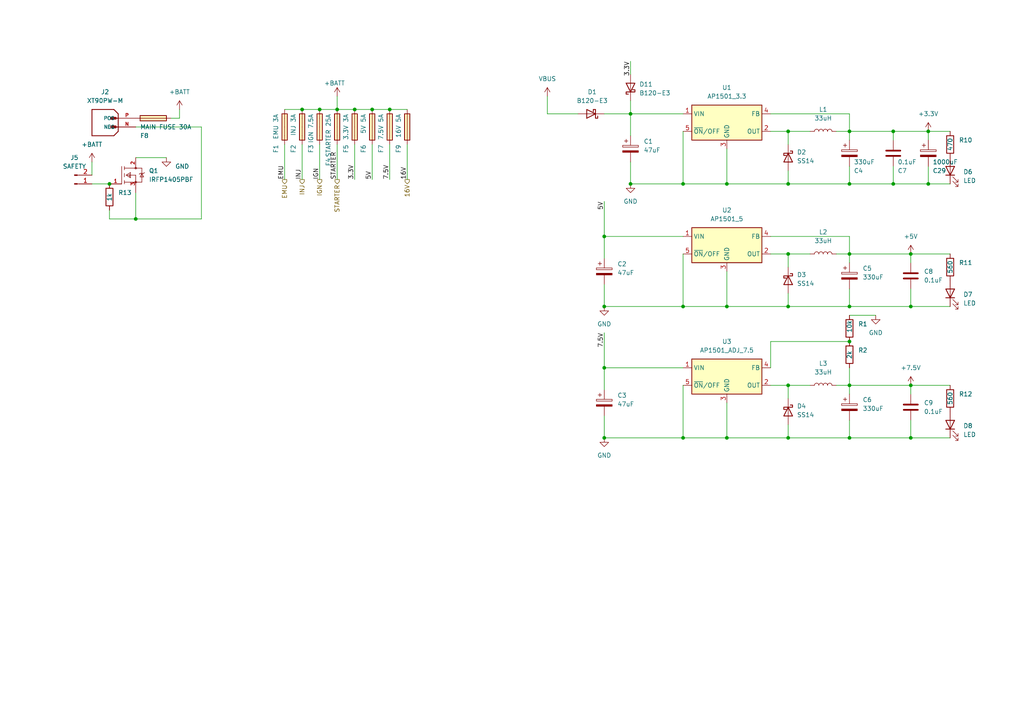
<source format=kicad_sch>
(kicad_sch (version 20211123) (generator eeschema)

  (uuid bf8c6c7f-e7b2-45fa-abb6-78bcfecee623)

  (paper "A4")

  (title_block
    (title "Iron Warriors v2.0 ")
    (date "2023-07-16")
    (rev "1.1")
  )

  (lib_symbols
    (symbol "3557-2:3557-2" (pin_numbers hide) (pin_names (offset 1.016) hide) (in_bom yes) (on_board yes)
      (property "Reference" "F" (id 0) (at -3.81 1.397 0)
        (effects (font (size 1.27 1.27)) (justify left bottom))
      )
      (property "Value" "3557-2" (id 1) (at -3.81 -2.921 0)
        (effects (font (size 1.27 1.27)) (justify left bottom))
      )
      (property "Footprint" "FUSE_3557-2" (id 2) (at 0 0 0)
        (effects (font (size 1.27 1.27)) (justify left bottom) hide)
      )
      (property "Datasheet" "" (id 3) (at 0 0 0)
        (effects (font (size 1.27 1.27)) (justify left bottom) hide)
      )
      (property "MP" "3557-2" (id 4) (at 0 0 0)
        (effects (font (size 1.27 1.27)) (justify left bottom) hide)
      )
      (property "Price" "None" (id 5) (at 0 0 0)
        (effects (font (size 1.27 1.27)) (justify left bottom) hide)
      )
      (property "Package" "Nonstandard Keystone" (id 6) (at 0 0 0)
        (effects (font (size 1.27 1.27)) (justify left bottom) hide)
      )
      (property "Purchase-URL" "https://pricing.snapeda.com/search/part/3557-2/?ref=eda" (id 7) (at 0 0 0)
        (effects (font (size 1.27 1.27)) (justify left bottom) hide)
      )
      (property "Availability" "In Stock" (id 8) (at 0 0 0)
        (effects (font (size 1.27 1.27)) (justify left bottom) hide)
      )
      (property "MF" "Keystone Electronics" (id 9) (at 0 0 0)
        (effects (font (size 1.27 1.27)) (justify left bottom) hide)
      )
      (property "Description" "\\nTHM 2 in 1 Auto Blade Holder\\n" (id 10) (at 0 0 0)
        (effects (font (size 1.27 1.27)) (justify left bottom) hide)
      )
      (property "ki_locked" "" (id 11) (at 0 0 0)
        (effects (font (size 1.27 1.27)))
      )
      (symbol "3557-2_0_0"
        (rectangle (start -3.81 -0.762) (end 3.81 0.762)
          (stroke (width 0.254) (type default) (color 0 0 0 0))
          (fill (type background))
        )
        (pin passive line (at -5.08 0 0) (length 2.54)
          (name "~" (effects (font (size 1.016 1.016))))
          (number "1" (effects (font (size 1.016 1.016))))
        )
        (pin passive line (at -2.54 0 0) (length 2.54)
          (name "~" (effects (font (size 1.016 1.016))))
          (number "2" (effects (font (size 1.016 1.016))))
        )
        (pin passive line (at 5.08 0 180) (length 2.54)
          (name "~" (effects (font (size 1.016 1.016))))
          (number "3" (effects (font (size 1.016 1.016))))
        )
        (pin passive line (at 2.54 0 180) (length 2.54)
          (name "~" (effects (font (size 1.016 1.016))))
          (number "4" (effects (font (size 1.016 1.016))))
        )
      )
    )
    (symbol "Connector:Conn_01x02_Male" (pin_names (offset 1.016) hide) (in_bom yes) (on_board yes)
      (property "Reference" "J" (id 0) (at 0 2.54 0)
        (effects (font (size 1.27 1.27)))
      )
      (property "Value" "Conn_01x02_Male" (id 1) (at 0 -5.08 0)
        (effects (font (size 1.27 1.27)))
      )
      (property "Footprint" "" (id 2) (at 0 0 0)
        (effects (font (size 1.27 1.27)) hide)
      )
      (property "Datasheet" "~" (id 3) (at 0 0 0)
        (effects (font (size 1.27 1.27)) hide)
      )
      (property "ki_keywords" "connector" (id 4) (at 0 0 0)
        (effects (font (size 1.27 1.27)) hide)
      )
      (property "ki_description" "Generic connector, single row, 01x02, script generated (kicad-library-utils/schlib/autogen/connector/)" (id 5) (at 0 0 0)
        (effects (font (size 1.27 1.27)) hide)
      )
      (property "ki_fp_filters" "Connector*:*_1x??_*" (id 6) (at 0 0 0)
        (effects (font (size 1.27 1.27)) hide)
      )
      (symbol "Conn_01x02_Male_1_1"
        (polyline
          (pts
            (xy 1.27 -2.54)
            (xy 0.8636 -2.54)
          )
          (stroke (width 0.1524) (type default) (color 0 0 0 0))
          (fill (type none))
        )
        (polyline
          (pts
            (xy 1.27 0)
            (xy 0.8636 0)
          )
          (stroke (width 0.1524) (type default) (color 0 0 0 0))
          (fill (type none))
        )
        (rectangle (start 0.8636 -2.413) (end 0 -2.667)
          (stroke (width 0.1524) (type default) (color 0 0 0 0))
          (fill (type outline))
        )
        (rectangle (start 0.8636 0.127) (end 0 -0.127)
          (stroke (width 0.1524) (type default) (color 0 0 0 0))
          (fill (type outline))
        )
        (pin passive line (at 5.08 0 180) (length 3.81)
          (name "Pin_1" (effects (font (size 1.27 1.27))))
          (number "1" (effects (font (size 1.27 1.27))))
        )
        (pin passive line (at 5.08 -2.54 180) (length 3.81)
          (name "Pin_2" (effects (font (size 1.27 1.27))))
          (number "2" (effects (font (size 1.27 1.27))))
        )
      )
    )
    (symbol "Device:C" (pin_numbers hide) (pin_names (offset 0.254)) (in_bom yes) (on_board yes)
      (property "Reference" "C" (id 0) (at 0.635 2.54 0)
        (effects (font (size 1.27 1.27)) (justify left))
      )
      (property "Value" "C" (id 1) (at 0.635 -2.54 0)
        (effects (font (size 1.27 1.27)) (justify left))
      )
      (property "Footprint" "" (id 2) (at 0.9652 -3.81 0)
        (effects (font (size 1.27 1.27)) hide)
      )
      (property "Datasheet" "~" (id 3) (at 0 0 0)
        (effects (font (size 1.27 1.27)) hide)
      )
      (property "ki_keywords" "cap capacitor" (id 4) (at 0 0 0)
        (effects (font (size 1.27 1.27)) hide)
      )
      (property "ki_description" "Unpolarized capacitor" (id 5) (at 0 0 0)
        (effects (font (size 1.27 1.27)) hide)
      )
      (property "ki_fp_filters" "C_*" (id 6) (at 0 0 0)
        (effects (font (size 1.27 1.27)) hide)
      )
      (symbol "C_0_1"
        (polyline
          (pts
            (xy -2.032 -0.762)
            (xy 2.032 -0.762)
          )
          (stroke (width 0.508) (type default) (color 0 0 0 0))
          (fill (type none))
        )
        (polyline
          (pts
            (xy -2.032 0.762)
            (xy 2.032 0.762)
          )
          (stroke (width 0.508) (type default) (color 0 0 0 0))
          (fill (type none))
        )
      )
      (symbol "C_1_1"
        (pin passive line (at 0 3.81 270) (length 2.794)
          (name "~" (effects (font (size 1.27 1.27))))
          (number "1" (effects (font (size 1.27 1.27))))
        )
        (pin passive line (at 0 -3.81 90) (length 2.794)
          (name "~" (effects (font (size 1.27 1.27))))
          (number "2" (effects (font (size 1.27 1.27))))
        )
      )
    )
    (symbol "Device:C_Polarized" (pin_numbers hide) (pin_names (offset 0.254)) (in_bom yes) (on_board yes)
      (property "Reference" "C" (id 0) (at 0.635 2.54 0)
        (effects (font (size 1.27 1.27)) (justify left))
      )
      (property "Value" "C_Polarized" (id 1) (at 0.635 -2.54 0)
        (effects (font (size 1.27 1.27)) (justify left))
      )
      (property "Footprint" "" (id 2) (at 0.9652 -3.81 0)
        (effects (font (size 1.27 1.27)) hide)
      )
      (property "Datasheet" "~" (id 3) (at 0 0 0)
        (effects (font (size 1.27 1.27)) hide)
      )
      (property "ki_keywords" "cap capacitor" (id 4) (at 0 0 0)
        (effects (font (size 1.27 1.27)) hide)
      )
      (property "ki_description" "Polarized capacitor" (id 5) (at 0 0 0)
        (effects (font (size 1.27 1.27)) hide)
      )
      (property "ki_fp_filters" "CP_*" (id 6) (at 0 0 0)
        (effects (font (size 1.27 1.27)) hide)
      )
      (symbol "C_Polarized_0_1"
        (rectangle (start -2.286 0.508) (end 2.286 1.016)
          (stroke (width 0) (type default) (color 0 0 0 0))
          (fill (type none))
        )
        (polyline
          (pts
            (xy -1.778 2.286)
            (xy -0.762 2.286)
          )
          (stroke (width 0) (type default) (color 0 0 0 0))
          (fill (type none))
        )
        (polyline
          (pts
            (xy -1.27 2.794)
            (xy -1.27 1.778)
          )
          (stroke (width 0) (type default) (color 0 0 0 0))
          (fill (type none))
        )
        (rectangle (start 2.286 -0.508) (end -2.286 -1.016)
          (stroke (width 0) (type default) (color 0 0 0 0))
          (fill (type outline))
        )
      )
      (symbol "C_Polarized_1_1"
        (pin passive line (at 0 3.81 270) (length 2.794)
          (name "~" (effects (font (size 1.27 1.27))))
          (number "1" (effects (font (size 1.27 1.27))))
        )
        (pin passive line (at 0 -3.81 90) (length 2.794)
          (name "~" (effects (font (size 1.27 1.27))))
          (number "2" (effects (font (size 1.27 1.27))))
        )
      )
    )
    (symbol "Device:D_Schottky" (pin_numbers hide) (pin_names (offset 1.016) hide) (in_bom yes) (on_board yes)
      (property "Reference" "D" (id 0) (at 0 2.54 0)
        (effects (font (size 1.27 1.27)))
      )
      (property "Value" "D_Schottky" (id 1) (at 0 -2.54 0)
        (effects (font (size 1.27 1.27)))
      )
      (property "Footprint" "" (id 2) (at 0 0 0)
        (effects (font (size 1.27 1.27)) hide)
      )
      (property "Datasheet" "~" (id 3) (at 0 0 0)
        (effects (font (size 1.27 1.27)) hide)
      )
      (property "ki_keywords" "diode Schottky" (id 4) (at 0 0 0)
        (effects (font (size 1.27 1.27)) hide)
      )
      (property "ki_description" "Schottky diode" (id 5) (at 0 0 0)
        (effects (font (size 1.27 1.27)) hide)
      )
      (property "ki_fp_filters" "TO-???* *_Diode_* *SingleDiode* D_*" (id 6) (at 0 0 0)
        (effects (font (size 1.27 1.27)) hide)
      )
      (symbol "D_Schottky_0_1"
        (polyline
          (pts
            (xy 1.27 0)
            (xy -1.27 0)
          )
          (stroke (width 0) (type default) (color 0 0 0 0))
          (fill (type none))
        )
        (polyline
          (pts
            (xy 1.27 1.27)
            (xy 1.27 -1.27)
            (xy -1.27 0)
            (xy 1.27 1.27)
          )
          (stroke (width 0.254) (type default) (color 0 0 0 0))
          (fill (type none))
        )
        (polyline
          (pts
            (xy -1.905 0.635)
            (xy -1.905 1.27)
            (xy -1.27 1.27)
            (xy -1.27 -1.27)
            (xy -0.635 -1.27)
            (xy -0.635 -0.635)
          )
          (stroke (width 0.254) (type default) (color 0 0 0 0))
          (fill (type none))
        )
      )
      (symbol "D_Schottky_1_1"
        (pin passive line (at -3.81 0 0) (length 2.54)
          (name "K" (effects (font (size 1.27 1.27))))
          (number "1" (effects (font (size 1.27 1.27))))
        )
        (pin passive line (at 3.81 0 180) (length 2.54)
          (name "A" (effects (font (size 1.27 1.27))))
          (number "2" (effects (font (size 1.27 1.27))))
        )
      )
    )
    (symbol "Device:L" (pin_numbers hide) (pin_names (offset 1.016) hide) (in_bom yes) (on_board yes)
      (property "Reference" "L" (id 0) (at -1.27 0 90)
        (effects (font (size 1.27 1.27)))
      )
      (property "Value" "L" (id 1) (at 1.905 0 90)
        (effects (font (size 1.27 1.27)))
      )
      (property "Footprint" "" (id 2) (at 0 0 0)
        (effects (font (size 1.27 1.27)) hide)
      )
      (property "Datasheet" "~" (id 3) (at 0 0 0)
        (effects (font (size 1.27 1.27)) hide)
      )
      (property "ki_keywords" "inductor choke coil reactor magnetic" (id 4) (at 0 0 0)
        (effects (font (size 1.27 1.27)) hide)
      )
      (property "ki_description" "Inductor" (id 5) (at 0 0 0)
        (effects (font (size 1.27 1.27)) hide)
      )
      (property "ki_fp_filters" "Choke_* *Coil* Inductor_* L_*" (id 6) (at 0 0 0)
        (effects (font (size 1.27 1.27)) hide)
      )
      (symbol "L_0_1"
        (arc (start 0 -2.54) (mid 0.635 -1.905) (end 0 -1.27)
          (stroke (width 0) (type default) (color 0 0 0 0))
          (fill (type none))
        )
        (arc (start 0 -1.27) (mid 0.635 -0.635) (end 0 0)
          (stroke (width 0) (type default) (color 0 0 0 0))
          (fill (type none))
        )
        (arc (start 0 0) (mid 0.635 0.635) (end 0 1.27)
          (stroke (width 0) (type default) (color 0 0 0 0))
          (fill (type none))
        )
        (arc (start 0 1.27) (mid 0.635 1.905) (end 0 2.54)
          (stroke (width 0) (type default) (color 0 0 0 0))
          (fill (type none))
        )
      )
      (symbol "L_1_1"
        (pin passive line (at 0 3.81 270) (length 1.27)
          (name "1" (effects (font (size 1.27 1.27))))
          (number "1" (effects (font (size 1.27 1.27))))
        )
        (pin passive line (at 0 -3.81 90) (length 1.27)
          (name "2" (effects (font (size 1.27 1.27))))
          (number "2" (effects (font (size 1.27 1.27))))
        )
      )
    )
    (symbol "Device:LED" (pin_numbers hide) (pin_names (offset 1.016) hide) (in_bom yes) (on_board yes)
      (property "Reference" "D" (id 0) (at 0 2.54 0)
        (effects (font (size 1.27 1.27)))
      )
      (property "Value" "LED" (id 1) (at 0 -2.54 0)
        (effects (font (size 1.27 1.27)))
      )
      (property "Footprint" "" (id 2) (at 0 0 0)
        (effects (font (size 1.27 1.27)) hide)
      )
      (property "Datasheet" "~" (id 3) (at 0 0 0)
        (effects (font (size 1.27 1.27)) hide)
      )
      (property "ki_keywords" "LED diode" (id 4) (at 0 0 0)
        (effects (font (size 1.27 1.27)) hide)
      )
      (property "ki_description" "Light emitting diode" (id 5) (at 0 0 0)
        (effects (font (size 1.27 1.27)) hide)
      )
      (property "ki_fp_filters" "LED* LED_SMD:* LED_THT:*" (id 6) (at 0 0 0)
        (effects (font (size 1.27 1.27)) hide)
      )
      (symbol "LED_0_1"
        (polyline
          (pts
            (xy -1.27 -1.27)
            (xy -1.27 1.27)
          )
          (stroke (width 0.254) (type default) (color 0 0 0 0))
          (fill (type none))
        )
        (polyline
          (pts
            (xy -1.27 0)
            (xy 1.27 0)
          )
          (stroke (width 0) (type default) (color 0 0 0 0))
          (fill (type none))
        )
        (polyline
          (pts
            (xy 1.27 -1.27)
            (xy 1.27 1.27)
            (xy -1.27 0)
            (xy 1.27 -1.27)
          )
          (stroke (width 0.254) (type default) (color 0 0 0 0))
          (fill (type none))
        )
        (polyline
          (pts
            (xy -3.048 -0.762)
            (xy -4.572 -2.286)
            (xy -3.81 -2.286)
            (xy -4.572 -2.286)
            (xy -4.572 -1.524)
          )
          (stroke (width 0) (type default) (color 0 0 0 0))
          (fill (type none))
        )
        (polyline
          (pts
            (xy -1.778 -0.762)
            (xy -3.302 -2.286)
            (xy -2.54 -2.286)
            (xy -3.302 -2.286)
            (xy -3.302 -1.524)
          )
          (stroke (width 0) (type default) (color 0 0 0 0))
          (fill (type none))
        )
      )
      (symbol "LED_1_1"
        (pin passive line (at -3.81 0 0) (length 2.54)
          (name "K" (effects (font (size 1.27 1.27))))
          (number "1" (effects (font (size 1.27 1.27))))
        )
        (pin passive line (at 3.81 0 180) (length 2.54)
          (name "A" (effects (font (size 1.27 1.27))))
          (number "2" (effects (font (size 1.27 1.27))))
        )
      )
    )
    (symbol "Device:R" (pin_numbers hide) (pin_names (offset 0)) (in_bom yes) (on_board yes)
      (property "Reference" "R" (id 0) (at 2.032 0 90)
        (effects (font (size 1.27 1.27)))
      )
      (property "Value" "R" (id 1) (at 0 0 90)
        (effects (font (size 1.27 1.27)))
      )
      (property "Footprint" "" (id 2) (at -1.778 0 90)
        (effects (font (size 1.27 1.27)) hide)
      )
      (property "Datasheet" "~" (id 3) (at 0 0 0)
        (effects (font (size 1.27 1.27)) hide)
      )
      (property "ki_keywords" "R res resistor" (id 4) (at 0 0 0)
        (effects (font (size 1.27 1.27)) hide)
      )
      (property "ki_description" "Resistor" (id 5) (at 0 0 0)
        (effects (font (size 1.27 1.27)) hide)
      )
      (property "ki_fp_filters" "R_*" (id 6) (at 0 0 0)
        (effects (font (size 1.27 1.27)) hide)
      )
      (symbol "R_0_1"
        (rectangle (start -1.016 -2.54) (end 1.016 2.54)
          (stroke (width 0.254) (type default) (color 0 0 0 0))
          (fill (type none))
        )
      )
      (symbol "R_1_1"
        (pin passive line (at 0 3.81 270) (length 1.27)
          (name "~" (effects (font (size 1.27 1.27))))
          (number "1" (effects (font (size 1.27 1.27))))
        )
        (pin passive line (at 0 -3.81 90) (length 1.27)
          (name "~" (effects (font (size 1.27 1.27))))
          (number "2" (effects (font (size 1.27 1.27))))
        )
      )
    )
    (symbol "Diode:B120-E3" (pin_numbers hide) (pin_names hide) (in_bom yes) (on_board yes)
      (property "Reference" "D" (id 0) (at 0 2.54 0)
        (effects (font (size 1.27 1.27)))
      )
      (property "Value" "B120-E3" (id 1) (at 0 -2.54 0)
        (effects (font (size 1.27 1.27)))
      )
      (property "Footprint" "Diode_SMD:D_SMA" (id 2) (at 0 -4.445 0)
        (effects (font (size 1.27 1.27)) hide)
      )
      (property "Datasheet" "http://www.vishay.com/docs/88946/b120.pdf" (id 3) (at 0 0 0)
        (effects (font (size 1.27 1.27)) hide)
      )
      (property "ki_keywords" "diode Schottky" (id 4) (at 0 0 0)
        (effects (font (size 1.27 1.27)) hide)
      )
      (property "ki_description" "20V 1A Schottky Barrier Rectifier Diode, SMA(DO-214AC)" (id 5) (at 0 0 0)
        (effects (font (size 1.27 1.27)) hide)
      )
      (property "ki_fp_filters" "D*SMA*" (id 6) (at 0 0 0)
        (effects (font (size 1.27 1.27)) hide)
      )
      (symbol "B120-E3_0_1"
        (polyline
          (pts
            (xy 1.27 0)
            (xy -1.27 0)
          )
          (stroke (width 0) (type default) (color 0 0 0 0))
          (fill (type none))
        )
        (polyline
          (pts
            (xy 1.27 1.27)
            (xy 1.27 -1.27)
            (xy -1.27 0)
            (xy 1.27 1.27)
          )
          (stroke (width 0.254) (type default) (color 0 0 0 0))
          (fill (type none))
        )
        (polyline
          (pts
            (xy -1.905 0.635)
            (xy -1.905 1.27)
            (xy -1.27 1.27)
            (xy -1.27 -1.27)
            (xy -0.635 -1.27)
            (xy -0.635 -0.635)
          )
          (stroke (width 0.254) (type default) (color 0 0 0 0))
          (fill (type none))
        )
      )
      (symbol "B120-E3_1_1"
        (pin passive line (at -3.81 0 0) (length 2.54)
          (name "K" (effects (font (size 1.27 1.27))))
          (number "1" (effects (font (size 1.27 1.27))))
        )
        (pin passive line (at 3.81 0 180) (length 2.54)
          (name "A" (effects (font (size 1.27 1.27))))
          (number "2" (effects (font (size 1.27 1.27))))
        )
      )
    )
    (symbol "IRFP1405:IRFP1405PBF" (pin_names (offset 1.016)) (in_bom yes) (on_board yes)
      (property "Reference" "Q" (id 0) (at 0 10.16 0)
        (effects (font (size 1.27 1.27)) (justify left))
      )
      (property "Value" "IRFP1405PBF" (id 1) (at 0 12.7 0)
        (effects (font (size 1.27 1.27)) (justify left))
      )
      (property "Footprint" "Infineon-PG-TO247-3-0-901-*" (id 2) (at 0 15.24 0)
        (effects (font (size 1.27 1.27)) (justify left) hide)
      )
      (property "Datasheet" "https://www.infineon.com/dgdl/Infineon-IRFP1405-DataSheet-v01_01-EN.pdf?fileId=5546d462533600a4015356284dd81fce" (id 3) (at 0 17.78 0)
        (effects (font (size 1.27 1.27)) (justify left) hide)
      )
      (property "automotive" "No" (id 4) (at 0 20.32 0)
        (effects (font (size 1.27 1.27)) (justify left) hide)
      )
      (property "category" "Trans" (id 5) (at 0 22.86 0)
        (effects (font (size 1.27 1.27)) (justify left) hide)
      )
      (property "continuous drain current" "95A" (id 6) (at 0 25.4 0)
        (effects (font (size 1.27 1.27)) (justify left) hide)
      )
      (property "depletion mode" "False" (id 7) (at 0 27.94 0)
        (effects (font (size 1.27 1.27)) (justify left) hide)
      )
      (property "device class L1" "Discrete Semiconductors" (id 8) (at 0 30.48 0)
        (effects (font (size 1.27 1.27)) (justify left) hide)
      )
      (property "device class L2" "Transistors" (id 9) (at 0 33.02 0)
        (effects (font (size 1.27 1.27)) (justify left) hide)
      )
      (property "device class L3" "MOSFETs" (id 10) (at 0 35.56 0)
        (effects (font (size 1.27 1.27)) (justify left) hide)
      )
      (property "digikey description" "MOSFET N-CH 55V 95A TO247AC" (id 11) (at 0 38.1 0)
        (effects (font (size 1.27 1.27)) (justify left) hide)
      )
      (property "digikey part number" "IRFP1405PBF-ND" (id 12) (at 0 40.64 0)
        (effects (font (size 1.27 1.27)) (justify left) hide)
      )
      (property "drain to source breakdown voltage" "55V" (id 13) (at 0 43.18 0)
        (effects (font (size 1.27 1.27)) (justify left) hide)
      )
      (property "drain to source resistance" "4.2mΩ" (id 14) (at 0 45.72 0)
        (effects (font (size 1.27 1.27)) (justify left) hide)
      )
      (property "drain to source voltage" "55V" (id 15) (at 0 48.26 0)
        (effects (font (size 1.27 1.27)) (justify left) hide)
      )
      (property "footprint url" "https://www.infineon.com/cms/en/product/packages/PG-TO247/PG-TO247-3-901/" (id 16) (at 0 50.8 0)
        (effects (font (size 1.27 1.27)) (justify left) hide)
      )
      (property "gate charge at vgs" "120nC @ 10V" (id 17) (at 0 53.34 0)
        (effects (font (size 1.27 1.27)) (justify left) hide)
      )
      (property "gate to source voltage" "20V" (id 18) (at 0 55.88 0)
        (effects (font (size 1.27 1.27)) (justify left) hide)
      )
      (property "height" "24.99mm" (id 19) (at 0 58.42 0)
        (effects (font (size 1.27 1.27)) (justify left) hide)
      )
      (property "input capacitace at vds" "5600pF @ 25V" (id 20) (at 0 60.96 0)
        (effects (font (size 1.27 1.27)) (justify left) hide)
      )
      (property "lead free" "Yes" (id 21) (at 0 63.5 0)
        (effects (font (size 1.27 1.27)) (justify left) hide)
      )
      (property "library id" "51a683803be8b4f8" (id 22) (at 0 66.04 0)
        (effects (font (size 1.27 1.27)) (justify left) hide)
      )
      (property "manufacturer" "Infineon" (id 23) (at 0 68.58 0)
        (effects (font (size 1.27 1.27)) (justify left) hide)
      )
      (property "max forward diode voltage" "1.3V" (id 24) (at 0 71.12 0)
        (effects (font (size 1.27 1.27)) (justify left) hide)
      )
      (property "max junction temp" "+175°C" (id 25) (at 0 73.66 0)
        (effects (font (size 1.27 1.27)) (justify left) hide)
      )
      (property "mouser part number" "942-IRFP1405PBF" (id 26) (at 0 76.2 0)
        (effects (font (size 1.27 1.27)) (justify left) hide)
      )
      (property "number of N channels" "1" (id 27) (at 0 78.74 0)
        (effects (font (size 1.27 1.27)) (justify left) hide)
      )
      (property "number of channels" "1" (id 28) (at 0 81.28 0)
        (effects (font (size 1.27 1.27)) (justify left) hide)
      )
      (property "package" "TO247-3" (id 29) (at 0 83.82 0)
        (effects (font (size 1.27 1.27)) (justify left) hide)
      )
      (property "power dissipation" "310W" (id 30) (at 0 86.36 0)
        (effects (font (size 1.27 1.27)) (justify left) hide)
      )
      (property "pulse drain current" "640A" (id 31) (at 0 88.9 0)
        (effects (font (size 1.27 1.27)) (justify left) hide)
      )
      (property "reverse recovery charge" "170nC" (id 32) (at 0 91.44 0)
        (effects (font (size 1.27 1.27)) (justify left) hide)
      )
      (property "reverse recovery time" "70ns" (id 33) (at 0 93.98 0)
        (effects (font (size 1.27 1.27)) (justify left) hide)
      )
      (property "rohs" "Yes" (id 34) (at 0 96.52 0)
        (effects (font (size 1.27 1.27)) (justify left) hide)
      )
      (property "rthja max" "40°C/W" (id 35) (at 0 99.06 0)
        (effects (font (size 1.27 1.27)) (justify left) hide)
      )
      (property "standoff height" "3.71mm" (id 36) (at 0 101.6 0)
        (effects (font (size 1.27 1.27)) (justify left) hide)
      )
      (property "temperature range high" "+175°C" (id 37) (at 0 104.14 0)
        (effects (font (size 1.27 1.27)) (justify left) hide)
      )
      (property "temperature range low" "-55°C" (id 38) (at 0 106.68 0)
        (effects (font (size 1.27 1.27)) (justify left) hide)
      )
      (property "threshold vgs max" "4V" (id 39) (at 0 109.22 0)
        (effects (font (size 1.27 1.27)) (justify left) hide)
      )
      (property "threshold vgs min" "2V" (id 40) (at 0 111.76 0)
        (effects (font (size 1.27 1.27)) (justify left) hide)
      )
      (property "turn off delay time" "140ns" (id 41) (at 0 114.3 0)
        (effects (font (size 1.27 1.27)) (justify left) hide)
      )
      (property "turn on delay time" "12ns" (id 42) (at 0 116.84 0)
        (effects (font (size 1.27 1.27)) (justify left) hide)
      )
      (property "ki_locked" "" (id 43) (at 0 0 0)
        (effects (font (size 1.27 1.27)))
      )
      (symbol "IRFP1405PBF_1_1"
        (polyline
          (pts
            (xy 6.096 0)
            (xy 6.096 5.08)
          )
          (stroke (width 0) (type default) (color 0 0 0 0))
          (fill (type none))
        )
        (polyline
          (pts
            (xy 6.858 0.508)
            (xy 10.16 0.508)
          )
          (stroke (width 0) (type default) (color 0 0 0 0))
          (fill (type none))
        )
        (polyline
          (pts
            (xy 6.858 1.016)
            (xy 6.858 0)
          )
          (stroke (width 0) (type default) (color 0 0 0 0))
          (fill (type none))
        )
        (polyline
          (pts
            (xy 6.858 3.048)
            (xy 6.858 2.032)
          )
          (stroke (width 0) (type default) (color 0 0 0 0))
          (fill (type none))
        )
        (polyline
          (pts
            (xy 6.858 4.064)
            (xy 6.858 5.08)
          )
          (stroke (width 0) (type default) (color 0 0 0 0))
          (fill (type none))
        )
        (polyline
          (pts
            (xy 6.858 4.572)
            (xy 10.16 4.572)
          )
          (stroke (width 0) (type default) (color 0 0 0 0))
          (fill (type none))
        )
        (polyline
          (pts
            (xy 7.366 2.54)
            (xy 8.636 1.778)
          )
          (stroke (width 0) (type default) (color 0 0 0 0))
          (fill (type none))
        )
        (polyline
          (pts
            (xy 7.366 2.54)
            (xy 8.636 3.302)
          )
          (stroke (width 0) (type default) (color 0 0 0 0))
          (fill (type none))
        )
        (polyline
          (pts
            (xy 7.62 2.54)
            (xy 10.16 2.54)
          )
          (stroke (width 0) (type default) (color 0 0 0 0))
          (fill (type none))
        )
        (polyline
          (pts
            (xy 8.382 2.794)
            (xy 8.382 2.032)
          )
          (stroke (width 0) (type default) (color 0 0 0 0))
          (fill (type none))
        )
        (polyline
          (pts
            (xy 8.636 3.302)
            (xy 8.636 1.778)
          )
          (stroke (width 0) (type default) (color 0 0 0 0))
          (fill (type none))
        )
        (polyline
          (pts
            (xy 10.16 0.508)
            (xy 11.938 0.508)
          )
          (stroke (width 0) (type default) (color 0 0 0 0))
          (fill (type none))
        )
        (polyline
          (pts
            (xy 11.43 2.032)
            (xy 12.446 2.032)
          )
          (stroke (width 0) (type default) (color 0 0 0 0))
          (fill (type none))
        )
        (polyline
          (pts
            (xy 11.43 3.048)
            (xy 11.176 2.794)
          )
          (stroke (width 0) (type default) (color 0 0 0 0))
          (fill (type none))
        )
        (polyline
          (pts
            (xy 11.938 0.508)
            (xy 11.938 4.572)
          )
          (stroke (width 0) (type default) (color 0 0 0 0))
          (fill (type none))
        )
        (polyline
          (pts
            (xy 11.938 3.048)
            (xy 11.43 2.032)
          )
          (stroke (width 0) (type default) (color 0 0 0 0))
          (fill (type none))
        )
        (polyline
          (pts
            (xy 11.938 3.048)
            (xy 11.43 3.048)
          )
          (stroke (width 0) (type default) (color 0 0 0 0))
          (fill (type none))
        )
        (polyline
          (pts
            (xy 11.938 3.048)
            (xy 12.446 3.048)
          )
          (stroke (width 0) (type default) (color 0 0 0 0))
          (fill (type none))
        )
        (polyline
          (pts
            (xy 11.938 4.572)
            (xy 10.16 4.572)
          )
          (stroke (width 0) (type default) (color 0 0 0 0))
          (fill (type none))
        )
        (polyline
          (pts
            (xy 12.446 2.032)
            (xy 11.938 3.048)
          )
          (stroke (width 0) (type default) (color 0 0 0 0))
          (fill (type none))
        )
        (polyline
          (pts
            (xy 12.446 3.048)
            (xy 12.7 3.302)
          )
          (stroke (width 0) (type default) (color 0 0 0 0))
          (fill (type none))
        )
        (circle (center 10.16 0.508) (radius 0.254)
          (stroke (width 0) (type default) (color 0 0 0 0))
          (fill (type none))
        )
        (circle (center 10.16 4.572) (radius 0.254)
          (stroke (width 0) (type default) (color 0 0 0 0))
          (fill (type none))
        )
        (pin passive line (at 2.54 0 0) (length 3.556)
          (name "G" (effects (font (size 0 0))))
          (number "1" (effects (font (size 1.016 1.016))))
        )
        (pin passive line (at 10.16 7.62 270) (length 3.048)
          (name "D" (effects (font (size 0 0))))
          (number "2" (effects (font (size 1.016 1.016))))
        )
        (pin passive line (at 10.16 -2.54 90) (length 5.08)
          (name "S" (effects (font (size 0 0))))
          (number "3" (effects (font (size 1.016 1.016))))
        )
      )
    )
    (symbol "Regulator_Switching:LM2596S-5" (in_bom yes) (on_board yes)
      (property "Reference" "U" (id 0) (at -10.16 6.35 0)
        (effects (font (size 1.27 1.27)) (justify left))
      )
      (property "Value" "LM2596S-5" (id 1) (at 0 6.35 0)
        (effects (font (size 1.27 1.27)) (justify left))
      )
      (property "Footprint" "Package_TO_SOT_SMD:TO-263-5_TabPin3" (id 2) (at 1.27 -6.35 0)
        (effects (font (size 1.27 1.27) italic) (justify left) hide)
      )
      (property "Datasheet" "http://www.ti.com/lit/ds/symlink/lm2596.pdf" (id 3) (at 0 0 0)
        (effects (font (size 1.27 1.27)) hide)
      )
      (property "ki_keywords" "Step-Down Voltage Regulator 5V 3A" (id 4) (at 0 0 0)
        (effects (font (size 1.27 1.27)) hide)
      )
      (property "ki_description" "5V 3A Step-Down Voltage Regulator, TO-263" (id 5) (at 0 0 0)
        (effects (font (size 1.27 1.27)) hide)
      )
      (property "ki_fp_filters" "TO?263*" (id 6) (at 0 0 0)
        (effects (font (size 1.27 1.27)) hide)
      )
      (symbol "LM2596S-5_0_1"
        (rectangle (start -10.16 5.08) (end 10.16 -5.08)
          (stroke (width 0.254) (type default) (color 0 0 0 0))
          (fill (type background))
        )
      )
      (symbol "LM2596S-5_1_1"
        (pin power_in line (at -12.7 2.54 0) (length 2.54)
          (name "VIN" (effects (font (size 1.27 1.27))))
          (number "1" (effects (font (size 1.27 1.27))))
        )
        (pin output line (at 12.7 -2.54 180) (length 2.54)
          (name "OUT" (effects (font (size 1.27 1.27))))
          (number "2" (effects (font (size 1.27 1.27))))
        )
        (pin power_in line (at 0 -7.62 90) (length 2.54)
          (name "GND" (effects (font (size 1.27 1.27))))
          (number "3" (effects (font (size 1.27 1.27))))
        )
        (pin input line (at 12.7 2.54 180) (length 2.54)
          (name "FB" (effects (font (size 1.27 1.27))))
          (number "4" (effects (font (size 1.27 1.27))))
        )
        (pin input line (at -12.7 -2.54 0) (length 2.54)
          (name "~{ON}/OFF" (effects (font (size 1.27 1.27))))
          (number "5" (effects (font (size 1.27 1.27))))
        )
      )
    )
    (symbol "XT90PW-M:XT90PW-M" (pin_names (offset 1.016)) (in_bom yes) (on_board yes)
      (property "Reference" "J" (id 0) (at 0 3.81 0)
        (effects (font (size 1.27 1.27)) (justify left bottom))
      )
      (property "Value" "XT90PW-M" (id 1) (at 0 -7.62 0)
        (effects (font (size 1.27 1.27)) (justify left bottom))
      )
      (property "Footprint" "AMASS_XT90PW-M" (id 2) (at 0 0 0)
        (effects (font (size 1.27 1.27)) (justify left bottom) hide)
      )
      (property "Datasheet" "" (id 3) (at 0 0 0)
        (effects (font (size 1.27 1.27)) (justify left bottom) hide)
      )
      (property "Package" "Package" (id 4) (at 0 0 0)
        (effects (font (size 1.27 1.27)) (justify left bottom) hide)
      )
      (property "MP" "XT90PW-M" (id 5) (at 0 0 0)
        (effects (font (size 1.27 1.27)) (justify left bottom) hide)
      )
      (property "Availability" "Not in stock" (id 6) (at 0 0 0)
        (effects (font (size 1.27 1.27)) (justify left bottom) hide)
      )
      (property "Price" "None" (id 7) (at 0 0 0)
        (effects (font (size 1.27 1.27)) (justify left bottom) hide)
      )
      (property "MF" "AMASS" (id 8) (at 0 0 0)
        (effects (font (size 1.27 1.27)) (justify left bottom) hide)
      )
      (property "Description" "\\nSocket; DC supply; XT90; male; PIN: 2; on PCBs; THT; Colour: yellow\\n" (id 9) (at 0 0 0)
        (effects (font (size 1.27 1.27)) (justify left bottom) hide)
      )
      (property "ki_locked" "" (id 10) (at 0 0 0)
        (effects (font (size 1.27 1.27)))
      )
      (symbol "XT90PW-M_0_0"
        (polyline
          (pts
            (xy 0 -3.81)
            (xy 1.27 -5.08)
          )
          (stroke (width 0.254) (type default) (color 0 0 0 0))
          (fill (type none))
        )
        (polyline
          (pts
            (xy 0 -2.54)
            (xy 1.905 -2.54)
          )
          (stroke (width 0.254) (type default) (color 0 0 0 0))
          (fill (type none))
        )
        (polyline
          (pts
            (xy 0 0)
            (xy 0 -3.81)
          )
          (stroke (width 0.254) (type default) (color 0 0 0 0))
          (fill (type none))
        )
        (polyline
          (pts
            (xy 0 0)
            (xy 1.905 0)
          )
          (stroke (width 0.254) (type default) (color 0 0 0 0))
          (fill (type none))
        )
        (polyline
          (pts
            (xy 0 1.27)
            (xy 0 0)
          )
          (stroke (width 0.254) (type default) (color 0 0 0 0))
          (fill (type none))
        )
        (polyline
          (pts
            (xy 0 1.27)
            (xy 1.27 2.54)
          )
          (stroke (width 0.254) (type default) (color 0 0 0 0))
          (fill (type none))
        )
        (polyline
          (pts
            (xy 1.27 -5.08)
            (xy 7.62 -5.08)
          )
          (stroke (width 0.254) (type default) (color 0 0 0 0))
          (fill (type none))
        )
        (polyline
          (pts
            (xy 7.62 -5.08)
            (xy 7.62 2.54)
          )
          (stroke (width 0.254) (type default) (color 0 0 0 0))
          (fill (type none))
        )
        (polyline
          (pts
            (xy 7.62 2.54)
            (xy 1.27 2.54)
          )
          (stroke (width 0.254) (type default) (color 0 0 0 0))
          (fill (type none))
        )
        (rectangle (start 0.6096 -2.8448) (end 2.2098 -2.2098)
          (stroke (width 0) (type default) (color 0 0 0 0))
          (fill (type outline))
        )
        (rectangle (start 0.6096 -0.3048) (end 2.2098 0.3048)
          (stroke (width 0) (type default) (color 0 0 0 0))
          (fill (type outline))
        )
        (pin passive line (at -5.08 -2.54 0) (length 5.08)
          (name "NEG" (effects (font (size 1.016 1.016))))
          (number "N" (effects (font (size 1.016 1.016))))
        )
        (pin passive line (at -5.08 0 0) (length 5.08)
          (name "POS" (effects (font (size 1.016 1.016))))
          (number "P" (effects (font (size 1.016 1.016))))
        )
      )
    )
    (symbol "power:+3.3V" (power) (pin_names (offset 0)) (in_bom yes) (on_board yes)
      (property "Reference" "#PWR" (id 0) (at 0 -3.81 0)
        (effects (font (size 1.27 1.27)) hide)
      )
      (property "Value" "+3.3V" (id 1) (at 0 3.556 0)
        (effects (font (size 1.27 1.27)))
      )
      (property "Footprint" "" (id 2) (at 0 0 0)
        (effects (font (size 1.27 1.27)) hide)
      )
      (property "Datasheet" "" (id 3) (at 0 0 0)
        (effects (font (size 1.27 1.27)) hide)
      )
      (property "ki_keywords" "power-flag" (id 4) (at 0 0 0)
        (effects (font (size 1.27 1.27)) hide)
      )
      (property "ki_description" "Power symbol creates a global label with name \"+3.3V\"" (id 5) (at 0 0 0)
        (effects (font (size 1.27 1.27)) hide)
      )
      (symbol "+3.3V_0_1"
        (polyline
          (pts
            (xy -0.762 1.27)
            (xy 0 2.54)
          )
          (stroke (width 0) (type default) (color 0 0 0 0))
          (fill (type none))
        )
        (polyline
          (pts
            (xy 0 0)
            (xy 0 2.54)
          )
          (stroke (width 0) (type default) (color 0 0 0 0))
          (fill (type none))
        )
        (polyline
          (pts
            (xy 0 2.54)
            (xy 0.762 1.27)
          )
          (stroke (width 0) (type default) (color 0 0 0 0))
          (fill (type none))
        )
      )
      (symbol "+3.3V_1_1"
        (pin power_in line (at 0 0 90) (length 0) hide
          (name "+3.3V" (effects (font (size 1.27 1.27))))
          (number "1" (effects (font (size 1.27 1.27))))
        )
      )
    )
    (symbol "power:+5V" (power) (pin_names (offset 0)) (in_bom yes) (on_board yes)
      (property "Reference" "#PWR" (id 0) (at 0 -3.81 0)
        (effects (font (size 1.27 1.27)) hide)
      )
      (property "Value" "+5V" (id 1) (at 0 3.556 0)
        (effects (font (size 1.27 1.27)))
      )
      (property "Footprint" "" (id 2) (at 0 0 0)
        (effects (font (size 1.27 1.27)) hide)
      )
      (property "Datasheet" "" (id 3) (at 0 0 0)
        (effects (font (size 1.27 1.27)) hide)
      )
      (property "ki_keywords" "power-flag" (id 4) (at 0 0 0)
        (effects (font (size 1.27 1.27)) hide)
      )
      (property "ki_description" "Power symbol creates a global label with name \"+5V\"" (id 5) (at 0 0 0)
        (effects (font (size 1.27 1.27)) hide)
      )
      (symbol "+5V_0_1"
        (polyline
          (pts
            (xy -0.762 1.27)
            (xy 0 2.54)
          )
          (stroke (width 0) (type default) (color 0 0 0 0))
          (fill (type none))
        )
        (polyline
          (pts
            (xy 0 0)
            (xy 0 2.54)
          )
          (stroke (width 0) (type default) (color 0 0 0 0))
          (fill (type none))
        )
        (polyline
          (pts
            (xy 0 2.54)
            (xy 0.762 1.27)
          )
          (stroke (width 0) (type default) (color 0 0 0 0))
          (fill (type none))
        )
      )
      (symbol "+5V_1_1"
        (pin power_in line (at 0 0 90) (length 0) hide
          (name "+5V" (effects (font (size 1.27 1.27))))
          (number "1" (effects (font (size 1.27 1.27))))
        )
      )
    )
    (symbol "power:+7.5V" (power) (pin_names (offset 0)) (in_bom yes) (on_board yes)
      (property "Reference" "#PWR" (id 0) (at 0 -3.81 0)
        (effects (font (size 1.27 1.27)) hide)
      )
      (property "Value" "+7.5V" (id 1) (at 0 3.556 0)
        (effects (font (size 1.27 1.27)))
      )
      (property "Footprint" "" (id 2) (at 0 0 0)
        (effects (font (size 1.27 1.27)) hide)
      )
      (property "Datasheet" "" (id 3) (at 0 0 0)
        (effects (font (size 1.27 1.27)) hide)
      )
      (property "ki_keywords" "power-flag" (id 4) (at 0 0 0)
        (effects (font (size 1.27 1.27)) hide)
      )
      (property "ki_description" "Power symbol creates a global label with name \"+7.5V\"" (id 5) (at 0 0 0)
        (effects (font (size 1.27 1.27)) hide)
      )
      (symbol "+7.5V_0_1"
        (polyline
          (pts
            (xy -0.762 1.27)
            (xy 0 2.54)
          )
          (stroke (width 0) (type default) (color 0 0 0 0))
          (fill (type none))
        )
        (polyline
          (pts
            (xy 0 0)
            (xy 0 2.54)
          )
          (stroke (width 0) (type default) (color 0 0 0 0))
          (fill (type none))
        )
        (polyline
          (pts
            (xy 0 2.54)
            (xy 0.762 1.27)
          )
          (stroke (width 0) (type default) (color 0 0 0 0))
          (fill (type none))
        )
      )
      (symbol "+7.5V_1_1"
        (pin power_in line (at 0 0 90) (length 0) hide
          (name "+7.5V" (effects (font (size 1.27 1.27))))
          (number "1" (effects (font (size 1.27 1.27))))
        )
      )
    )
    (symbol "power:+BATT" (power) (pin_names (offset 0)) (in_bom yes) (on_board yes)
      (property "Reference" "#PWR" (id 0) (at 0 -3.81 0)
        (effects (font (size 1.27 1.27)) hide)
      )
      (property "Value" "+BATT" (id 1) (at 0 3.556 0)
        (effects (font (size 1.27 1.27)))
      )
      (property "Footprint" "" (id 2) (at 0 0 0)
        (effects (font (size 1.27 1.27)) hide)
      )
      (property "Datasheet" "" (id 3) (at 0 0 0)
        (effects (font (size 1.27 1.27)) hide)
      )
      (property "ki_keywords" "power-flag battery" (id 4) (at 0 0 0)
        (effects (font (size 1.27 1.27)) hide)
      )
      (property "ki_description" "Power symbol creates a global label with name \"+BATT\"" (id 5) (at 0 0 0)
        (effects (font (size 1.27 1.27)) hide)
      )
      (symbol "+BATT_0_1"
        (polyline
          (pts
            (xy -0.762 1.27)
            (xy 0 2.54)
          )
          (stroke (width 0) (type default) (color 0 0 0 0))
          (fill (type none))
        )
        (polyline
          (pts
            (xy 0 0)
            (xy 0 2.54)
          )
          (stroke (width 0) (type default) (color 0 0 0 0))
          (fill (type none))
        )
        (polyline
          (pts
            (xy 0 2.54)
            (xy 0.762 1.27)
          )
          (stroke (width 0) (type default) (color 0 0 0 0))
          (fill (type none))
        )
      )
      (symbol "+BATT_1_1"
        (pin power_in line (at 0 0 90) (length 0) hide
          (name "+BATT" (effects (font (size 1.27 1.27))))
          (number "1" (effects (font (size 1.27 1.27))))
        )
      )
    )
    (symbol "power:GND" (power) (pin_names (offset 0)) (in_bom yes) (on_board yes)
      (property "Reference" "#PWR" (id 0) (at 0 -6.35 0)
        (effects (font (size 1.27 1.27)) hide)
      )
      (property "Value" "GND" (id 1) (at 0 -3.81 0)
        (effects (font (size 1.27 1.27)))
      )
      (property "Footprint" "" (id 2) (at 0 0 0)
        (effects (font (size 1.27 1.27)) hide)
      )
      (property "Datasheet" "" (id 3) (at 0 0 0)
        (effects (font (size 1.27 1.27)) hide)
      )
      (property "ki_keywords" "power-flag" (id 4) (at 0 0 0)
        (effects (font (size 1.27 1.27)) hide)
      )
      (property "ki_description" "Power symbol creates a global label with name \"GND\" , ground" (id 5) (at 0 0 0)
        (effects (font (size 1.27 1.27)) hide)
      )
      (symbol "GND_0_1"
        (polyline
          (pts
            (xy 0 0)
            (xy 0 -1.27)
            (xy 1.27 -1.27)
            (xy 0 -2.54)
            (xy -1.27 -1.27)
            (xy 0 -1.27)
          )
          (stroke (width 0) (type default) (color 0 0 0 0))
          (fill (type none))
        )
      )
      (symbol "GND_1_1"
        (pin power_in line (at 0 0 270) (length 0) hide
          (name "GND" (effects (font (size 1.27 1.27))))
          (number "1" (effects (font (size 1.27 1.27))))
        )
      )
    )
    (symbol "power:VBUS" (power) (pin_names (offset 0)) (in_bom yes) (on_board yes)
      (property "Reference" "#PWR" (id 0) (at 0 -3.81 0)
        (effects (font (size 1.27 1.27)) hide)
      )
      (property "Value" "VBUS" (id 1) (at 0 3.81 0)
        (effects (font (size 1.27 1.27)))
      )
      (property "Footprint" "" (id 2) (at 0 0 0)
        (effects (font (size 1.27 1.27)) hide)
      )
      (property "Datasheet" "" (id 3) (at 0 0 0)
        (effects (font (size 1.27 1.27)) hide)
      )
      (property "ki_keywords" "power-flag" (id 4) (at 0 0 0)
        (effects (font (size 1.27 1.27)) hide)
      )
      (property "ki_description" "Power symbol creates a global label with name \"VBUS\"" (id 5) (at 0 0 0)
        (effects (font (size 1.27 1.27)) hide)
      )
      (symbol "VBUS_0_1"
        (polyline
          (pts
            (xy -0.762 1.27)
            (xy 0 2.54)
          )
          (stroke (width 0) (type default) (color 0 0 0 0))
          (fill (type none))
        )
        (polyline
          (pts
            (xy 0 0)
            (xy 0 2.54)
          )
          (stroke (width 0) (type default) (color 0 0 0 0))
          (fill (type none))
        )
        (polyline
          (pts
            (xy 0 2.54)
            (xy 0.762 1.27)
          )
          (stroke (width 0) (type default) (color 0 0 0 0))
          (fill (type none))
        )
      )
      (symbol "VBUS_1_1"
        (pin power_in line (at 0 0 90) (length 0) hide
          (name "VBUS" (effects (font (size 1.27 1.27))))
          (number "1" (effects (font (size 1.27 1.27))))
        )
      )
    )
  )

  (junction (at 246.38 88.9) (diameter 0) (color 0 0 0 0)
    (uuid 039728eb-093b-4c36-8183-c516dacb465a)
  )
  (junction (at 87.63 31.75) (diameter 0) (color 0 0 0 0)
    (uuid 058bdbc8-d86d-4af5-9727-318bed327bf4)
  )
  (junction (at 228.6 111.76) (diameter 0) (color 0 0 0 0)
    (uuid 08a5f9df-7e02-46ba-8d25-aeadcf0f061c)
  )
  (junction (at 264.16 127) (diameter 0) (color 0 0 0 0)
    (uuid 0c66fd3e-ca9a-4b33-ab6d-039c5c147e26)
  )
  (junction (at 228.6 38.1) (diameter 0) (color 0 0 0 0)
    (uuid 0eca3890-8138-48bd-8f57-f6c44d01a84b)
  )
  (junction (at 31.75 53.34) (diameter 0) (color 0 0 0 0)
    (uuid 137edd91-7a32-41c5-9d9d-beacb6a9379c)
  )
  (junction (at 228.6 73.66) (diameter 0) (color 0 0 0 0)
    (uuid 167e4722-5a4e-4627-b03c-0273fc1bb1a2)
  )
  (junction (at 198.12 127) (diameter 0) (color 0 0 0 0)
    (uuid 25bcd332-8c1e-4dfe-8cdc-fbe673a5f54b)
  )
  (junction (at 259.08 38.1) (diameter 0) (color 0 0 0 0)
    (uuid 2be41324-1122-40cc-85f0-f40c7d7d9a95)
  )
  (junction (at 228.6 53.34) (diameter 0) (color 0 0 0 0)
    (uuid 2e4c4620-a47a-48c6-bcf1-86012f04c275)
  )
  (junction (at 228.6 127) (diameter 0) (color 0 0 0 0)
    (uuid 3515a299-4f5f-4c9b-b0d2-87d7d8595f22)
  )
  (junction (at 175.26 88.9) (diameter 0) (color 0 0 0 0)
    (uuid 36a93d4f-e29b-4243-9697-5e538486cc30)
  )
  (junction (at 246.38 38.1) (diameter 0) (color 0 0 0 0)
    (uuid 489c5c91-1d05-4c3c-a54b-2efff57b9fca)
  )
  (junction (at 92.71 31.75) (diameter 0) (color 0 0 0 0)
    (uuid 52a8a023-0fd1-4dc8-888c-f7c0cb38e528)
  )
  (junction (at 102.87 31.75) (diameter 0) (color 0 0 0 0)
    (uuid 5729405b-72f6-49fa-8aff-4cd7464ce1d1)
  )
  (junction (at 182.88 33.02) (diameter 0) (color 0 0 0 0)
    (uuid 64aaf4fc-3410-4e26-8fc2-a047c97800a5)
  )
  (junction (at 210.82 127) (diameter 0) (color 0 0 0 0)
    (uuid 749762c4-701f-4b8f-b5af-7b713f380d21)
  )
  (junction (at 198.12 88.9) (diameter 0) (color 0 0 0 0)
    (uuid 77c8d4ca-a2eb-4b71-ac6d-a9a2ac7b29e0)
  )
  (junction (at 210.82 88.9) (diameter 0) (color 0 0 0 0)
    (uuid 81e57fd1-b7b7-4bb9-a36d-6ac1fac37bfc)
  )
  (junction (at 175.26 68.58) (diameter 0) (color 0 0 0 0)
    (uuid 884447fb-95ab-4bc3-b060-cf72b8e9b163)
  )
  (junction (at 198.12 53.34) (diameter 0) (color 0 0 0 0)
    (uuid 8b2b9aeb-efcf-4bda-a196-49950cb5aaf4)
  )
  (junction (at 246.38 111.76) (diameter 0) (color 0 0 0 0)
    (uuid 9132e317-581b-44b1-ad34-385f7c3ac458)
  )
  (junction (at 246.38 127) (diameter 0) (color 0 0 0 0)
    (uuid 91fa8128-7e53-4685-b839-fa1f9231a425)
  )
  (junction (at 246.38 99.06) (diameter 0) (color 0 0 0 0)
    (uuid 95099806-6773-4343-9b7e-aa5cde78f18a)
  )
  (junction (at 182.88 53.34) (diameter 0) (color 0 0 0 0)
    (uuid 96148208-0e44-47fd-8e2a-388819582063)
  )
  (junction (at 264.16 111.76) (diameter 0) (color 0 0 0 0)
    (uuid 9a6b3b11-dae5-4341-9520-6c6c12712238)
  )
  (junction (at 113.03 31.75) (diameter 0) (color 0 0 0 0)
    (uuid 9ce67d8e-97b8-4851-89e7-4c5bea5d80d8)
  )
  (junction (at 175.26 106.68) (diameter 0) (color 0 0 0 0)
    (uuid aa693e23-dc13-438e-91e9-7c498ede989f)
  )
  (junction (at 175.26 127) (diameter 0) (color 0 0 0 0)
    (uuid c09187b1-1c6a-42d8-bd28-96d92a34edd5)
  )
  (junction (at 39.37 63.5) (diameter 0) (color 0 0 0 0)
    (uuid c20069a3-d8d5-42ab-99e9-b9e6543c655c)
  )
  (junction (at 97.79 31.75) (diameter 0) (color 0 0 0 0)
    (uuid c6331cc8-73d0-45c9-ad4e-6bcbb9b0bc32)
  )
  (junction (at 264.16 73.66) (diameter 0) (color 0 0 0 0)
    (uuid c806f4be-b85c-4395-8477-e7318c35d310)
  )
  (junction (at 210.82 53.34) (diameter 0) (color 0 0 0 0)
    (uuid c9361e8b-6c44-4613-a03a-6de658793da2)
  )
  (junction (at 259.08 53.34) (diameter 0) (color 0 0 0 0)
    (uuid cdcdb564-5229-4e5b-bfd7-e6e7e979167a)
  )
  (junction (at 246.38 53.34) (diameter 0) (color 0 0 0 0)
    (uuid cf6743a4-e044-454a-b250-83eb9719acb0)
  )
  (junction (at 228.6 88.9) (diameter 0) (color 0 0 0 0)
    (uuid d647bb29-6c79-4e50-b2f6-f22fb16b4e1b)
  )
  (junction (at 246.38 73.66) (diameter 0) (color 0 0 0 0)
    (uuid d7443ca8-226c-4502-86e8-c88c079c073b)
  )
  (junction (at 269.24 38.1) (diameter 0) (color 0 0 0 0)
    (uuid e94a3d75-6cee-4919-ac85-a06a70aea8ef)
  )
  (junction (at 264.16 88.9) (diameter 0) (color 0 0 0 0)
    (uuid e956c202-93b3-4a37-8ac7-f505d3e3b035)
  )
  (junction (at 107.95 31.75) (diameter 0) (color 0 0 0 0)
    (uuid f5052e65-6de9-4aa5-8b42-65b2e5cb6aec)
  )
  (junction (at 269.24 53.34) (diameter 0) (color 0 0 0 0)
    (uuid f8c466d7-9277-4e4c-880f-f52e8044cb41)
  )

  (wire (pts (xy 242.57 38.1) (xy 246.38 38.1))
    (stroke (width 0) (type default) (color 0 0 0 0))
    (uuid 02209a5f-5c58-41c4-8604-df6983477c0a)
  )
  (wire (pts (xy 97.79 52.07) (xy 97.79 41.91))
    (stroke (width 0) (type default) (color 0 0 0 0))
    (uuid 02f4dba4-66a2-41ed-8019-cb698011af4b)
  )
  (wire (pts (xy 246.38 38.1) (xy 246.38 40.64))
    (stroke (width 0) (type default) (color 0 0 0 0))
    (uuid 0603f8bd-9cb7-4bb3-9ae6-a4ba678efceb)
  )
  (wire (pts (xy 52.07 34.29) (xy 52.07 31.75))
    (stroke (width 0) (type default) (color 0 0 0 0))
    (uuid 084d4a65-7858-4623-9b3f-713af65451d8)
  )
  (wire (pts (xy 246.38 48.26) (xy 246.38 53.34))
    (stroke (width 0) (type default) (color 0 0 0 0))
    (uuid 091c89fd-7290-477b-b754-0a87a18e24ad)
  )
  (wire (pts (xy 246.38 111.76) (xy 264.16 111.76))
    (stroke (width 0) (type default) (color 0 0 0 0))
    (uuid 0af6df2d-ea6b-4d03-8800-4d2a9587f09a)
  )
  (wire (pts (xy 228.6 77.47) (xy 228.6 73.66))
    (stroke (width 0) (type default) (color 0 0 0 0))
    (uuid 1157bb2f-cca0-4f62-b98d-7fe43bc94f92)
  )
  (wire (pts (xy 58.42 63.5) (xy 58.42 36.83))
    (stroke (width 0) (type default) (color 0 0 0 0))
    (uuid 1502dd04-be84-433d-b93e-16c52298c82c)
  )
  (wire (pts (xy 198.12 111.76) (xy 198.12 127))
    (stroke (width 0) (type default) (color 0 0 0 0))
    (uuid 15b195b0-8163-4d6a-be3f-4fd9d75ce24a)
  )
  (wire (pts (xy 246.38 73.66) (xy 264.16 73.66))
    (stroke (width 0) (type default) (color 0 0 0 0))
    (uuid 18102b01-9f92-46b9-96b6-a87192f33cfd)
  )
  (wire (pts (xy 49.53 34.29) (xy 52.07 34.29))
    (stroke (width 0) (type default) (color 0 0 0 0))
    (uuid 18cb8c2a-ff65-4071-b36f-20a7006a8e07)
  )
  (wire (pts (xy 242.57 111.76) (xy 246.38 111.76))
    (stroke (width 0) (type default) (color 0 0 0 0))
    (uuid 19e758b6-91e1-4453-b5a3-dae6fdec3e1f)
  )
  (wire (pts (xy 87.63 31.75) (xy 92.71 31.75))
    (stroke (width 0) (type default) (color 0 0 0 0))
    (uuid 1bb20c60-9063-4cb1-881b-69ce66f985d3)
  )
  (wire (pts (xy 113.03 31.75) (xy 118.11 31.75))
    (stroke (width 0) (type default) (color 0 0 0 0))
    (uuid 1c921d9e-481c-489f-bce5-43fe71c4310b)
  )
  (wire (pts (xy 182.88 33.02) (xy 198.12 33.02))
    (stroke (width 0) (type default) (color 0 0 0 0))
    (uuid 1d6fc63f-685d-4e50-a812-00f36c98cf60)
  )
  (wire (pts (xy 92.71 52.07) (xy 92.71 41.91))
    (stroke (width 0) (type default) (color 0 0 0 0))
    (uuid 21ec072b-fc36-4e6d-9ed7-576694b11887)
  )
  (wire (pts (xy 228.6 127) (xy 246.38 127))
    (stroke (width 0) (type default) (color 0 0 0 0))
    (uuid 25b6cb91-41d1-4614-800d-5bc447ab2047)
  )
  (wire (pts (xy 259.08 38.1) (xy 269.24 38.1))
    (stroke (width 0) (type default) (color 0 0 0 0))
    (uuid 2a57a506-09af-4377-8b3f-2406473df5d0)
  )
  (wire (pts (xy 264.16 88.9) (xy 275.59 88.9))
    (stroke (width 0) (type default) (color 0 0 0 0))
    (uuid 2ae4bfae-e090-4a15-9d4a-48c249c83382)
  )
  (wire (pts (xy 182.88 53.34) (xy 198.12 53.34))
    (stroke (width 0) (type default) (color 0 0 0 0))
    (uuid 2c22307f-34ed-4a4b-b8c6-dddf13c88fa1)
  )
  (wire (pts (xy 175.26 33.02) (xy 182.88 33.02))
    (stroke (width 0) (type default) (color 0 0 0 0))
    (uuid 2c428069-446b-4e66-b89c-d6a9ce290f6f)
  )
  (wire (pts (xy 264.16 73.66) (xy 275.59 73.66))
    (stroke (width 0) (type default) (color 0 0 0 0))
    (uuid 2d4cda1c-9e13-4c28-8138-0d5dac973ada)
  )
  (wire (pts (xy 158.75 27.94) (xy 158.75 33.02))
    (stroke (width 0) (type default) (color 0 0 0 0))
    (uuid 2db21a86-3006-49b5-af72-3fa7d1a7397a)
  )
  (wire (pts (xy 259.08 53.34) (xy 269.24 53.34))
    (stroke (width 0) (type default) (color 0 0 0 0))
    (uuid 2fbb93e2-4201-48c7-85a3-4ee8dc17445a)
  )
  (wire (pts (xy 175.26 96.52) (xy 175.26 106.68))
    (stroke (width 0) (type default) (color 0 0 0 0))
    (uuid 322cd679-d4c9-4b7f-9eba-da67ccc36b52)
  )
  (wire (pts (xy 39.37 55.88) (xy 39.37 63.5))
    (stroke (width 0) (type default) (color 0 0 0 0))
    (uuid 39890769-6f73-4a6b-9a6e-1b78eab106c3)
  )
  (wire (pts (xy 246.38 33.02) (xy 246.38 38.1))
    (stroke (width 0) (type default) (color 0 0 0 0))
    (uuid 3d428a65-fee9-4e21-8e21-eb081550a1f0)
  )
  (wire (pts (xy 198.12 73.66) (xy 198.12 88.9))
    (stroke (width 0) (type default) (color 0 0 0 0))
    (uuid 3e64d817-d22f-437f-95ee-35717a69b743)
  )
  (wire (pts (xy 246.38 73.66) (xy 246.38 76.2))
    (stroke (width 0) (type default) (color 0 0 0 0))
    (uuid 40e1a3df-aa6f-49ea-a6a8-e05b283ef54c)
  )
  (wire (pts (xy 97.79 27.94) (xy 97.79 31.75))
    (stroke (width 0) (type default) (color 0 0 0 0))
    (uuid 41511450-b8a6-483f-86d3-a3966f3e90eb)
  )
  (wire (pts (xy 259.08 48.26) (xy 259.08 53.34))
    (stroke (width 0) (type default) (color 0 0 0 0))
    (uuid 4710d103-dec4-4a12-bcd0-a54d2ebc2975)
  )
  (wire (pts (xy 228.6 127) (xy 228.6 123.19))
    (stroke (width 0) (type default) (color 0 0 0 0))
    (uuid 4724c3cc-b57d-4e64-85bd-f870b7023aa1)
  )
  (wire (pts (xy 102.87 31.75) (xy 107.95 31.75))
    (stroke (width 0) (type default) (color 0 0 0 0))
    (uuid 48dffbff-5d95-4b43-a0dc-0640ef20ea9f)
  )
  (wire (pts (xy 228.6 85.09) (xy 228.6 88.9))
    (stroke (width 0) (type default) (color 0 0 0 0))
    (uuid 4c234076-d90d-4f53-8a95-18964e1007fe)
  )
  (wire (pts (xy 92.71 31.75) (xy 97.79 31.75))
    (stroke (width 0) (type default) (color 0 0 0 0))
    (uuid 4cd6b28c-9469-4ebf-b712-a700b0483f3b)
  )
  (wire (pts (xy 269.24 38.1) (xy 269.24 40.64))
    (stroke (width 0) (type default) (color 0 0 0 0))
    (uuid 4e3df37b-1607-4657-86db-086e1a5ae8dc)
  )
  (wire (pts (xy 264.16 127) (xy 246.38 127))
    (stroke (width 0) (type default) (color 0 0 0 0))
    (uuid 4ee4c1e2-c7af-4f71-81ef-7fbb370f62d4)
  )
  (wire (pts (xy 210.82 88.9) (xy 210.82 78.74))
    (stroke (width 0) (type default) (color 0 0 0 0))
    (uuid 4f6d0037-5675-456d-bf5a-af664f742468)
  )
  (wire (pts (xy 175.26 58.42) (xy 175.26 68.58))
    (stroke (width 0) (type default) (color 0 0 0 0))
    (uuid 50891d44-d80f-42dd-ae58-72a8497e0a96)
  )
  (wire (pts (xy 228.6 88.9) (xy 246.38 88.9))
    (stroke (width 0) (type default) (color 0 0 0 0))
    (uuid 53cdec4e-8504-4066-b13d-bef223b87f5f)
  )
  (wire (pts (xy 246.38 121.92) (xy 246.38 127))
    (stroke (width 0) (type default) (color 0 0 0 0))
    (uuid 545dddf1-bcd4-42e5-b51d-b6c521a73c79)
  )
  (wire (pts (xy 210.82 88.9) (xy 228.6 88.9))
    (stroke (width 0) (type default) (color 0 0 0 0))
    (uuid 552185ca-d018-4c98-a448-4fd3850f94a8)
  )
  (wire (pts (xy 264.16 83.82) (xy 264.16 88.9))
    (stroke (width 0) (type default) (color 0 0 0 0))
    (uuid 601276bc-faef-4298-b913-151a04335087)
  )
  (wire (pts (xy 246.38 38.1) (xy 259.08 38.1))
    (stroke (width 0) (type default) (color 0 0 0 0))
    (uuid 60724708-9195-4ff8-bd65-982eae3432e4)
  )
  (wire (pts (xy 228.6 73.66) (xy 223.52 73.66))
    (stroke (width 0) (type default) (color 0 0 0 0))
    (uuid 61f17a62-18fc-4205-aa13-1e21808461a7)
  )
  (wire (pts (xy 228.6 41.91) (xy 228.6 38.1))
    (stroke (width 0) (type default) (color 0 0 0 0))
    (uuid 64539221-5bcb-4442-b217-57234e5a8236)
  )
  (wire (pts (xy 228.6 115.57) (xy 228.6 111.76))
    (stroke (width 0) (type default) (color 0 0 0 0))
    (uuid 6589b27c-c555-49ef-a912-5b058cf0df5a)
  )
  (wire (pts (xy 82.55 31.75) (xy 87.63 31.75))
    (stroke (width 0) (type default) (color 0 0 0 0))
    (uuid 67a3cdea-1f65-45e6-a1ab-b6e145c189db)
  )
  (wire (pts (xy 58.42 36.83) (xy 39.37 36.83))
    (stroke (width 0) (type default) (color 0 0 0 0))
    (uuid 6bace08c-7bd7-491d-b43d-e29253b886ae)
  )
  (wire (pts (xy 228.6 111.76) (xy 223.52 111.76))
    (stroke (width 0) (type default) (color 0 0 0 0))
    (uuid 6f49da6e-8053-43cb-811b-14aef38609f2)
  )
  (wire (pts (xy 31.75 63.5) (xy 39.37 63.5))
    (stroke (width 0) (type default) (color 0 0 0 0))
    (uuid 6fc801b6-7b06-4d75-bf19-3a2ae2784449)
  )
  (wire (pts (xy 234.95 73.66) (xy 228.6 73.66))
    (stroke (width 0) (type default) (color 0 0 0 0))
    (uuid 7308999e-53ad-458b-9b6f-bda25aa44e70)
  )
  (wire (pts (xy 82.55 52.07) (xy 82.55 41.91))
    (stroke (width 0) (type default) (color 0 0 0 0))
    (uuid 73168919-9549-45a9-9eb3-32f74b622126)
  )
  (wire (pts (xy 246.38 106.68) (xy 246.38 111.76))
    (stroke (width 0) (type default) (color 0 0 0 0))
    (uuid 7a18edf8-5c9b-4dd4-a41b-6ce0936154b7)
  )
  (wire (pts (xy 198.12 53.34) (xy 210.82 53.34))
    (stroke (width 0) (type default) (color 0 0 0 0))
    (uuid 7adf86ff-7c3e-46e5-9ff0-d485b806c27d)
  )
  (wire (pts (xy 246.38 83.82) (xy 246.38 88.9))
    (stroke (width 0) (type default) (color 0 0 0 0))
    (uuid 81177d27-f8a2-4061-99b0-4ebe0583f3de)
  )
  (wire (pts (xy 175.26 68.58) (xy 175.26 74.93))
    (stroke (width 0) (type default) (color 0 0 0 0))
    (uuid 8129669e-04b0-4acf-9235-a70a2df96b09)
  )
  (wire (pts (xy 175.26 127) (xy 198.12 127))
    (stroke (width 0) (type default) (color 0 0 0 0))
    (uuid 817e07cd-09c0-40b5-bb21-593b87053d2b)
  )
  (wire (pts (xy 182.88 46.99) (xy 182.88 53.34))
    (stroke (width 0) (type default) (color 0 0 0 0))
    (uuid 8c40b411-8dda-4fe1-9903-1bbd2b9faf19)
  )
  (wire (pts (xy 175.26 120.65) (xy 175.26 127))
    (stroke (width 0) (type default) (color 0 0 0 0))
    (uuid 90dde833-4af5-401b-812a-07e11f77a819)
  )
  (wire (pts (xy 48.26 45.72) (xy 39.37 45.72))
    (stroke (width 0) (type default) (color 0 0 0 0))
    (uuid 93737caa-470d-4e96-8024-4448fc3055da)
  )
  (wire (pts (xy 97.79 31.75) (xy 102.87 31.75))
    (stroke (width 0) (type default) (color 0 0 0 0))
    (uuid 950fa6a9-7e78-42b3-8e64-6f55e1c0b87e)
  )
  (wire (pts (xy 223.52 68.58) (xy 246.38 68.58))
    (stroke (width 0) (type default) (color 0 0 0 0))
    (uuid 9e4581f8-e351-49f1-b538-a9f8d500832a)
  )
  (wire (pts (xy 269.24 38.1) (xy 275.59 38.1))
    (stroke (width 0) (type default) (color 0 0 0 0))
    (uuid a2b4a11d-fbc2-447e-bd94-078a1677e542)
  )
  (wire (pts (xy 246.38 91.44) (xy 254 91.44))
    (stroke (width 0) (type default) (color 0 0 0 0))
    (uuid a45ca6cb-39c9-4935-8a6c-e22fb3c3311c)
  )
  (wire (pts (xy 264.16 121.92) (xy 264.16 127))
    (stroke (width 0) (type default) (color 0 0 0 0))
    (uuid a9f8d208-0efa-48a9-affe-de2c2696d6a5)
  )
  (wire (pts (xy 198.12 88.9) (xy 210.82 88.9))
    (stroke (width 0) (type default) (color 0 0 0 0))
    (uuid ab1be3b9-dfb7-4ddf-ba17-a919360769ef)
  )
  (wire (pts (xy 223.52 33.02) (xy 246.38 33.02))
    (stroke (width 0) (type default) (color 0 0 0 0))
    (uuid abd79a45-ce98-4dfe-aaac-560756662b3b)
  )
  (wire (pts (xy 31.75 63.5) (xy 31.75 60.96))
    (stroke (width 0) (type default) (color 0 0 0 0))
    (uuid ac88980f-e6ef-43f8-8979-22151bc31d9c)
  )
  (wire (pts (xy 198.12 127) (xy 210.82 127))
    (stroke (width 0) (type default) (color 0 0 0 0))
    (uuid ad81a140-420f-4126-9634-e6c3aeb49bd3)
  )
  (wire (pts (xy 264.16 88.9) (xy 246.38 88.9))
    (stroke (width 0) (type default) (color 0 0 0 0))
    (uuid adbfd190-daa2-4818-b872-f8537fd9ff27)
  )
  (wire (pts (xy 87.63 52.07) (xy 87.63 41.91))
    (stroke (width 0) (type default) (color 0 0 0 0))
    (uuid ae258eed-d480-4273-a0bc-10cdef0e96c9)
  )
  (wire (pts (xy 269.24 53.34) (xy 275.59 53.34))
    (stroke (width 0) (type default) (color 0 0 0 0))
    (uuid b1d2d74b-bddc-4254-8026-a8aa49e29f1e)
  )
  (wire (pts (xy 182.88 29.21) (xy 182.88 33.02))
    (stroke (width 0) (type default) (color 0 0 0 0))
    (uuid b24e7094-7030-49d0-858a-9876fc51e757)
  )
  (wire (pts (xy 269.24 48.26) (xy 269.24 53.34))
    (stroke (width 0) (type default) (color 0 0 0 0))
    (uuid b31977e0-af0e-4b68-b71b-696feac8e7b8)
  )
  (wire (pts (xy 228.6 49.53) (xy 228.6 53.34))
    (stroke (width 0) (type default) (color 0 0 0 0))
    (uuid b5624bf9-9974-4d38-92f4-3c8c76d1e092)
  )
  (wire (pts (xy 175.26 106.68) (xy 175.26 113.03))
    (stroke (width 0) (type default) (color 0 0 0 0))
    (uuid baa4d442-d8fd-4e9d-a221-bdc4b7c5b960)
  )
  (wire (pts (xy 264.16 111.76) (xy 264.16 114.3))
    (stroke (width 0) (type default) (color 0 0 0 0))
    (uuid be10cb33-b5a9-4434-84c2-c2fb4871ea49)
  )
  (wire (pts (xy 246.38 111.76) (xy 246.38 114.3))
    (stroke (width 0) (type default) (color 0 0 0 0))
    (uuid c17ba6c3-f973-4d6f-b43c-e528cc3768ef)
  )
  (wire (pts (xy 210.82 127) (xy 210.82 116.84))
    (stroke (width 0) (type default) (color 0 0 0 0))
    (uuid c4fa37ad-60fb-489f-ac47-9050d18670cb)
  )
  (wire (pts (xy 246.38 68.58) (xy 246.38 73.66))
    (stroke (width 0) (type default) (color 0 0 0 0))
    (uuid c51bb3ac-9b74-4293-93c1-a1c21b6927a8)
  )
  (wire (pts (xy 182.88 33.02) (xy 182.88 39.37))
    (stroke (width 0) (type default) (color 0 0 0 0))
    (uuid c5744910-d979-42b5-bbf4-3832f384e9eb)
  )
  (wire (pts (xy 175.26 88.9) (xy 198.12 88.9))
    (stroke (width 0) (type default) (color 0 0 0 0))
    (uuid c74354ff-7be6-4c67-b395-2047bdd240d2)
  )
  (wire (pts (xy 210.82 127) (xy 228.6 127))
    (stroke (width 0) (type default) (color 0 0 0 0))
    (uuid c8e36703-1d16-46c4-af29-09c102c93091)
  )
  (wire (pts (xy 102.87 52.07) (xy 102.87 41.91))
    (stroke (width 0) (type default) (color 0 0 0 0))
    (uuid cd0c5c79-5e91-49a9-a9ec-db48fb38c9d1)
  )
  (wire (pts (xy 210.82 53.34) (xy 228.6 53.34))
    (stroke (width 0) (type default) (color 0 0 0 0))
    (uuid cd53b12c-a556-42df-9dbb-261b73ea9ee5)
  )
  (wire (pts (xy 223.52 99.06) (xy 246.38 99.06))
    (stroke (width 0) (type default) (color 0 0 0 0))
    (uuid cd7f689b-5022-4399-96b7-beff05268e27)
  )
  (wire (pts (xy 264.16 127) (xy 275.59 127))
    (stroke (width 0) (type default) (color 0 0 0 0))
    (uuid ce30ff23-0ca6-498a-a71a-929d61f94859)
  )
  (wire (pts (xy 259.08 38.1) (xy 259.08 40.64))
    (stroke (width 0) (type default) (color 0 0 0 0))
    (uuid ce7f25a1-b371-4b94-9246-fbb2ba728780)
  )
  (wire (pts (xy 198.12 38.1) (xy 198.12 53.34))
    (stroke (width 0) (type default) (color 0 0 0 0))
    (uuid d2307ef6-ee24-4034-91f3-14e7caf21dce)
  )
  (wire (pts (xy 26.67 46.99) (xy 26.67 50.8))
    (stroke (width 0) (type default) (color 0 0 0 0))
    (uuid d2457e4e-0649-497e-9db3-ed3c10d63435)
  )
  (wire (pts (xy 182.88 17.78) (xy 182.88 21.59))
    (stroke (width 0) (type default) (color 0 0 0 0))
    (uuid d88b27ac-d1b5-4af8-8d2a-ac16e19c4f7e)
  )
  (wire (pts (xy 175.26 82.55) (xy 175.26 88.9))
    (stroke (width 0) (type default) (color 0 0 0 0))
    (uuid d94375af-8355-4587-81c1-e87589c70c16)
  )
  (wire (pts (xy 113.03 52.07) (xy 113.03 41.91))
    (stroke (width 0) (type default) (color 0 0 0 0))
    (uuid da59b4a6-fbdd-4e30-8265-86d2449b163b)
  )
  (wire (pts (xy 228.6 38.1) (xy 223.52 38.1))
    (stroke (width 0) (type default) (color 0 0 0 0))
    (uuid dc4fd1fa-1a1e-401d-8cbb-5d0e15642717)
  )
  (wire (pts (xy 264.16 111.76) (xy 275.59 111.76))
    (stroke (width 0) (type default) (color 0 0 0 0))
    (uuid df4b91ee-600a-4328-91a7-1c91f315ac4e)
  )
  (wire (pts (xy 175.26 106.68) (xy 198.12 106.68))
    (stroke (width 0) (type default) (color 0 0 0 0))
    (uuid e0fd2416-b23a-40db-8440-f1340fe869e7)
  )
  (wire (pts (xy 223.52 106.68) (xy 223.52 99.06))
    (stroke (width 0) (type default) (color 0 0 0 0))
    (uuid e241d3d0-dca0-4227-9f18-7a45a3637b4b)
  )
  (wire (pts (xy 175.26 68.58) (xy 198.12 68.58))
    (stroke (width 0) (type default) (color 0 0 0 0))
    (uuid e2483023-cf50-4985-bba2-887d8ccfe6f3)
  )
  (wire (pts (xy 158.75 33.02) (xy 167.64 33.02))
    (stroke (width 0) (type default) (color 0 0 0 0))
    (uuid e36d96d9-ed31-4e61-bf50-6e88c5f406e1)
  )
  (wire (pts (xy 210.82 43.18) (xy 210.82 53.34))
    (stroke (width 0) (type default) (color 0 0 0 0))
    (uuid e5083651-5e80-41b5-bf97-9b8c8913e490)
  )
  (wire (pts (xy 234.95 38.1) (xy 228.6 38.1))
    (stroke (width 0) (type default) (color 0 0 0 0))
    (uuid ef52b63a-84f0-4989-a641-6501a5c8bfc3)
  )
  (wire (pts (xy 242.57 73.66) (xy 246.38 73.66))
    (stroke (width 0) (type default) (color 0 0 0 0))
    (uuid f400c83e-fe9f-485e-8c26-2a68a57c23e2)
  )
  (wire (pts (xy 26.67 53.34) (xy 31.75 53.34))
    (stroke (width 0) (type default) (color 0 0 0 0))
    (uuid f63307fb-0216-4e15-a369-eabf2e408928)
  )
  (wire (pts (xy 234.95 111.76) (xy 228.6 111.76))
    (stroke (width 0) (type default) (color 0 0 0 0))
    (uuid f6e04207-f8ca-4524-acd1-5d678d01fc8a)
  )
  (wire (pts (xy 39.37 63.5) (xy 58.42 63.5))
    (stroke (width 0) (type default) (color 0 0 0 0))
    (uuid f891b14c-b688-4d02-be17-5c14ad462fe2)
  )
  (wire (pts (xy 107.95 31.75) (xy 113.03 31.75))
    (stroke (width 0) (type default) (color 0 0 0 0))
    (uuid f926fce0-6470-49f3-a6c7-272bb967f4f9)
  )
  (wire (pts (xy 246.38 53.34) (xy 259.08 53.34))
    (stroke (width 0) (type default) (color 0 0 0 0))
    (uuid f97d60bb-e115-437e-8b34-2ef8a66eaf22)
  )
  (wire (pts (xy 118.11 52.07) (xy 118.11 41.91))
    (stroke (width 0) (type default) (color 0 0 0 0))
    (uuid fae362c8-5d41-40fb-9b94-fd35bb566938)
  )
  (wire (pts (xy 228.6 53.34) (xy 246.38 53.34))
    (stroke (width 0) (type default) (color 0 0 0 0))
    (uuid fd5087a0-1178-4418-b0d3-55831e7857f5)
  )
  (wire (pts (xy 107.95 52.07) (xy 107.95 41.91))
    (stroke (width 0) (type default) (color 0 0 0 0))
    (uuid fe177cf6-6488-48fe-96dd-11978d82637e)
  )
  (wire (pts (xy 264.16 73.66) (xy 264.16 76.2))
    (stroke (width 0) (type default) (color 0 0 0 0))
    (uuid feaac3b5-ddf9-484c-815a-715890b86ca5)
  )

  (label "3.3V" (at 182.88 17.78 270)
    (effects (font (size 1.27 1.27)) (justify right bottom))
    (uuid 0083bb1d-9fa8-4927-bf67-9b54c770f71e)
  )
  (label "EMU" (at 82.55 52.07 90)
    (effects (font (size 1.27 1.27)) (justify left bottom))
    (uuid 27e6917e-17ea-4909-942c-aefc5b33f8f5)
  )
  (label "5V" (at 107.95 52.07 90)
    (effects (font (size 1.27 1.27)) (justify left bottom))
    (uuid 300e1731-bac8-4d29-9d18-ac53572de00d)
  )
  (label "IGN" (at 92.71 52.07 90)
    (effects (font (size 1.27 1.27)) (justify left bottom))
    (uuid 4a805a8e-8894-4ae1-84a0-cf03cedf0912)
  )
  (label "3.3V" (at 102.87 52.07 90)
    (effects (font (size 1.27 1.27)) (justify left bottom))
    (uuid 5db0237f-a449-443c-901d-fbad252a0bc4)
  )
  (label "7.5V" (at 113.03 52.07 90)
    (effects (font (size 1.27 1.27)) (justify left bottom))
    (uuid 5f9c494c-1d4b-490a-a2c7-3d70d0b442d9)
  )
  (label "7.5V" (at 175.26 96.52 270)
    (effects (font (size 1.27 1.27)) (justify right bottom))
    (uuid 9419753a-2196-41c7-95b4-558e9c983157)
  )
  (label "5V" (at 175.26 58.42 270)
    (effects (font (size 1.27 1.27)) (justify right bottom))
    (uuid a8bf9740-b1b7-48d9-bcae-1f204f4837a9)
  )
  (label "INJ" (at 87.63 52.07 90)
    (effects (font (size 1.27 1.27)) (justify left bottom))
    (uuid b22a5dbb-b0c4-4ba7-a7ee-05f6ee5d4a34)
  )
  (label "16V" (at 118.11 52.07 90)
    (effects (font (size 1.27 1.27)) (justify left bottom))
    (uuid e7fb8812-9dad-45c4-ba4a-368bfc7ebf5a)
  )
  (label "STARTER" (at 97.79 52.07 90)
    (effects (font (size 1.27 1.27)) (justify left bottom))
    (uuid f1daeff4-3ca2-4b37-a1fd-133fa16ea00d)
  )

  (hierarchical_label "STARTER" (shape output) (at 97.79 52.07 270)
    (effects (font (size 1.27 1.27)) (justify right))
    (uuid 04bae45c-a50d-4696-a4fd-4abbc9f83779)
  )
  (hierarchical_label "INJ" (shape output) (at 87.63 52.07 270)
    (effects (font (size 1.27 1.27)) (justify right))
    (uuid 0b097365-45f4-4fd7-9f88-050e7763536a)
  )
  (hierarchical_label "EMU" (shape output) (at 82.55 52.07 270)
    (effects (font (size 1.27 1.27)) (justify right))
    (uuid 6d7760b5-d09b-4b63-9731-34cc34149904)
  )
  (hierarchical_label "16V" (shape output) (at 118.11 52.07 270)
    (effects (font (size 1.27 1.27)) (justify right))
    (uuid ab56bb6d-e549-44d3-be87-1562f550e880)
  )
  (hierarchical_label "IGN" (shape output) (at 92.71 52.07 270)
    (effects (font (size 1.27 1.27)) (justify right))
    (uuid f8be7f56-9064-4c8e-b5d4-de5e0c60571b)
  )

  (symbol (lib_id "Device:LED") (at 275.59 49.53 90) (unit 1)
    (in_bom yes) (on_board yes) (fields_autoplaced)
    (uuid 060e9379-ec1a-4efd-ae5c-3ccbfddd703a)
    (property "Reference" "D6" (id 0) (at 279.4 49.8474 90)
      (effects (font (size 1.27 1.27)) (justify right))
    )
    (property "Value" "LED" (id 1) (at 279.4 52.3874 90)
      (effects (font (size 1.27 1.27)) (justify right))
    )
    (property "Footprint" "LED_SMD:LED_0603_1608Metric" (id 2) (at 275.59 49.53 0)
      (effects (font (size 1.27 1.27)) hide)
    )
    (property "Datasheet" "~" (id 3) (at 275.59 49.53 0)
      (effects (font (size 1.27 1.27)) hide)
    )
    (pin "1" (uuid 7405bce9-b73f-45ef-9901-a88bb539e315))
    (pin "2" (uuid 8b184a05-8912-4279-a86c-50cd5081387e))
  )

  (symbol (lib_id "Device:R") (at 275.59 41.91 0) (unit 1)
    (in_bom yes) (on_board yes)
    (uuid 0a0225d8-ec5e-4357-93db-cee43e7bdb8a)
    (property "Reference" "R10" (id 0) (at 278.13 40.6399 0)
      (effects (font (size 1.27 1.27)) (justify left))
    )
    (property "Value" "470" (id 1) (at 275.59 43.815 90)
      (effects (font (size 1.27 1.27)) (justify left))
    )
    (property "Footprint" "Resistor_SMD:R_0603_1608Metric" (id 2) (at 273.812 41.91 90)
      (effects (font (size 1.27 1.27)) hide)
    )
    (property "Datasheet" "~" (id 3) (at 275.59 41.91 0)
      (effects (font (size 1.27 1.27)) hide)
    )
    (pin "1" (uuid aba35fb8-8316-4c1b-b953-411b9b983edf))
    (pin "2" (uuid 0044146b-eaee-4425-9f58-95ac1ca8bbc2))
  )

  (symbol (lib_id "power:+BATT") (at 97.79 27.94 0) (unit 1)
    (in_bom yes) (on_board yes)
    (uuid 133e4877-f40e-4a23-bb52-86599b50eb9f)
    (property "Reference" "#PWR012" (id 0) (at 97.79 31.75 0)
      (effects (font (size 1.27 1.27)) hide)
    )
    (property "Value" "+BATT" (id 1) (at 93.98 24.13 0)
      (effects (font (size 1.27 1.27)) (justify left))
    )
    (property "Footprint" "" (id 2) (at 97.79 27.94 0)
      (effects (font (size 1.27 1.27)) hide)
    )
    (property "Datasheet" "" (id 3) (at 97.79 27.94 0)
      (effects (font (size 1.27 1.27)) hide)
    )
    (pin "1" (uuid 39dce019-1c8a-4b42-90b8-ba293d1b0147))
  )

  (symbol (lib_id "Device:C_Polarized") (at 246.38 118.11 0) (unit 1)
    (in_bom yes) (on_board yes) (fields_autoplaced)
    (uuid 145dcee3-e150-47af-8744-ea48e13c1b63)
    (property "Reference" "C6" (id 0) (at 250.19 115.9509 0)
      (effects (font (size 1.27 1.27)) (justify left))
    )
    (property "Value" "330uF" (id 1) (at 250.19 118.4909 0)
      (effects (font (size 1.27 1.27)) (justify left))
    )
    (property "Footprint" "Capacitor_SMD:CP_Elec_10x10" (id 2) (at 247.3452 121.92 0)
      (effects (font (size 1.27 1.27)) hide)
    )
    (property "Datasheet" "~" (id 3) (at 246.38 118.11 0)
      (effects (font (size 1.27 1.27)) hide)
    )
    (pin "1" (uuid c9aaaf26-da96-41ba-ad09-d21ad89553ef))
    (pin "2" (uuid 40fca9b7-1dda-4318-8c90-5eba54556068))
  )

  (symbol (lib_id "power:+5V") (at 264.16 73.66 0) (unit 1)
    (in_bom yes) (on_board yes) (fields_autoplaced)
    (uuid 174918f6-2936-4fec-91cc-a4f50e255f55)
    (property "Reference" "#PWR0101" (id 0) (at 264.16 77.47 0)
      (effects (font (size 1.27 1.27)) hide)
    )
    (property "Value" "+5V" (id 1) (at 264.16 68.58 0))
    (property "Footprint" "" (id 2) (at 264.16 73.66 0)
      (effects (font (size 1.27 1.27)) hide)
    )
    (property "Datasheet" "" (id 3) (at 264.16 73.66 0)
      (effects (font (size 1.27 1.27)) hide)
    )
    (pin "1" (uuid 593b110e-e80b-471f-b4ad-32b1491593f1))
  )

  (symbol (lib_id "Device:R") (at 246.38 95.25 0) (unit 1)
    (in_bom yes) (on_board yes)
    (uuid 1a3eb547-681d-4be8-bd84-e08c9aee2eb2)
    (property "Reference" "R1" (id 0) (at 248.92 93.9799 0)
      (effects (font (size 1.27 1.27)) (justify left))
    )
    (property "Value" "10k" (id 1) (at 246.38 96.52 90)
      (effects (font (size 1.27 1.27)) (justify left))
    )
    (property "Footprint" "Resistor_SMD:R_0603_1608Metric" (id 2) (at 244.602 95.25 90)
      (effects (font (size 1.27 1.27)) hide)
    )
    (property "Datasheet" "~" (id 3) (at 246.38 95.25 0)
      (effects (font (size 1.27 1.27)) hide)
    )
    (pin "1" (uuid 9b158748-9011-4269-af08-e0a01229b20d))
    (pin "2" (uuid e99d01c3-6afd-4778-bccb-e65b4bf515e3))
  )

  (symbol (lib_id "3557-2:3557-2") (at 97.79 36.83 90) (unit 1)
    (in_bom yes) (on_board yes)
    (uuid 1b0376e6-b25c-4149-985f-3fafcfd389ab)
    (property "Reference" "F4" (id 0) (at 95.25 45.72 0)
      (effects (font (size 1.27 1.27)) (justify right))
    )
    (property "Value" "STARTER 25A" (id 1) (at 95.25 33.02 0)
      (effects (font (size 1.27 1.27)) (justify right))
    )
    (property "Footprint" "FUSE_3557-2:FUSE_3557-2" (id 2) (at 97.79 36.83 0)
      (effects (font (size 1.27 1.27)) (justify left bottom) hide)
    )
    (property "Datasheet" "" (id 3) (at 97.79 36.83 0)
      (effects (font (size 1.27 1.27)) (justify left bottom) hide)
    )
    (property "MP" "3557-2" (id 4) (at 97.79 36.83 0)
      (effects (font (size 1.27 1.27)) (justify left bottom) hide)
    )
    (property "Price" "None" (id 5) (at 97.79 36.83 0)
      (effects (font (size 1.27 1.27)) (justify left bottom) hide)
    )
    (property "Package" "Nonstandard Keystone" (id 6) (at 97.79 36.83 0)
      (effects (font (size 1.27 1.27)) (justify left bottom) hide)
    )
    (property "Purchase-URL" "https://pricing.snapeda.com/search/part/3557-2/?ref=eda" (id 7) (at 97.79 36.83 0)
      (effects (font (size 1.27 1.27)) (justify left bottom) hide)
    )
    (property "Availability" "In Stock" (id 8) (at 97.79 36.83 0)
      (effects (font (size 1.27 1.27)) (justify left bottom) hide)
    )
    (property "MF" "Keystone Electronics" (id 9) (at 97.79 36.83 0)
      (effects (font (size 1.27 1.27)) (justify left bottom) hide)
    )
    (property "Description" "\\nTHM 2 in 1 Auto Blade Holder\\n" (id 10) (at 97.79 36.83 0)
      (effects (font (size 1.27 1.27)) (justify left bottom) hide)
    )
    (pin "1" (uuid 30dbb1bc-0231-4de5-afd8-fbb4dd64d6e4))
    (pin "2" (uuid c9a0b20c-6aba-494e-aeb5-b44cbf331860))
    (pin "3" (uuid cd664f9b-97ef-441d-abd4-20513a9b1ffb))
    (pin "4" (uuid 946f4765-700a-4c5f-ae83-c9826ca1419b))
  )

  (symbol (lib_id "Device:D_Schottky") (at 228.6 45.72 270) (unit 1)
    (in_bom yes) (on_board yes) (fields_autoplaced)
    (uuid 30236a25-0b4f-46c0-9193-382812167387)
    (property "Reference" "D2" (id 0) (at 231.14 44.1324 90)
      (effects (font (size 1.27 1.27)) (justify left))
    )
    (property "Value" "SS14" (id 1) (at 231.14 46.6724 90)
      (effects (font (size 1.27 1.27)) (justify left))
    )
    (property "Footprint" "Diode_SMD:D_SMA" (id 2) (at 228.6 45.72 0)
      (effects (font (size 1.27 1.27)) hide)
    )
    (property "Datasheet" "~" (id 3) (at 228.6 45.72 0)
      (effects (font (size 1.27 1.27)) hide)
    )
    (pin "1" (uuid e2f9ad89-8638-4caf-bbba-d90876ee6196))
    (pin "2" (uuid ed12bf82-f538-44ac-8eb6-2477040e4a82))
  )

  (symbol (lib_id "power:GND") (at 182.88 53.34 0) (unit 1)
    (in_bom yes) (on_board yes) (fields_autoplaced)
    (uuid 3433db10-92dc-4e8d-a865-dbce058c6a24)
    (property "Reference" "#PWR0110" (id 0) (at 182.88 59.69 0)
      (effects (font (size 1.27 1.27)) hide)
    )
    (property "Value" "GND" (id 1) (at 182.88 58.42 0))
    (property "Footprint" "" (id 2) (at 182.88 53.34 0)
      (effects (font (size 1.27 1.27)) hide)
    )
    (property "Datasheet" "" (id 3) (at 182.88 53.34 0)
      (effects (font (size 1.27 1.27)) hide)
    )
    (pin "1" (uuid 2d7a23d4-586e-44b9-bf8b-dd9c0ded41cd))
  )

  (symbol (lib_id "Diode:B120-E3") (at 171.45 33.02 180) (unit 1)
    (in_bom yes) (on_board yes) (fields_autoplaced)
    (uuid 36165b4c-a43a-4135-a080-c5a00cec3bb1)
    (property "Reference" "D1" (id 0) (at 171.7675 26.67 0))
    (property "Value" "B120-E3" (id 1) (at 171.7675 29.21 0))
    (property "Footprint" "Diode_SMD:D_SMA" (id 2) (at 171.45 28.575 0)
      (effects (font (size 1.27 1.27)) hide)
    )
    (property "Datasheet" "http://www.vishay.com/docs/88946/b120.pdf" (id 3) (at 171.45 33.02 0)
      (effects (font (size 1.27 1.27)) hide)
    )
    (pin "1" (uuid 159276e3-5561-4dd7-a249-cc1dcfd179be))
    (pin "2" (uuid 26b08689-a566-402a-9cac-d8c44ea0171c))
  )

  (symbol (lib_id "Connector:Conn_01x02_Male") (at 21.59 53.34 0) (mirror x) (unit 1)
    (in_bom yes) (on_board yes)
    (uuid 37bd2b54-bf50-4129-9299-072ef13341b4)
    (property "Reference" "J5" (id 0) (at 21.59 45.72 0))
    (property "Value" "SAFETY" (id 1) (at 21.59 48.26 0))
    (property "Footprint" "TerminalBlock_Phoenix:TerminalBlock_Phoenix_MPT-0,5-2-2.54_1x02_P2.54mm_Horizontal" (id 2) (at 21.59 53.34 0)
      (effects (font (size 1.27 1.27)) hide)
    )
    (property "Datasheet" "~" (id 3) (at 21.59 53.34 0)
      (effects (font (size 1.27 1.27)) hide)
    )
    (pin "1" (uuid 0f8b07f0-be49-49a1-91e2-9499b20d7c73))
    (pin "2" (uuid 1175881d-20c4-4e6c-ad67-f6a55481d951))
  )

  (symbol (lib_id "Device:LED") (at 275.59 123.19 90) (unit 1)
    (in_bom yes) (on_board yes) (fields_autoplaced)
    (uuid 3b8484b6-cb10-4e9f-a854-17a38f05bbda)
    (property "Reference" "D8" (id 0) (at 279.4 123.5074 90)
      (effects (font (size 1.27 1.27)) (justify right))
    )
    (property "Value" "LED" (id 1) (at 279.4 126.0474 90)
      (effects (font (size 1.27 1.27)) (justify right))
    )
    (property "Footprint" "LED_SMD:LED_0603_1608Metric" (id 2) (at 275.59 123.19 0)
      (effects (font (size 1.27 1.27)) hide)
    )
    (property "Datasheet" "~" (id 3) (at 275.59 123.19 0)
      (effects (font (size 1.27 1.27)) hide)
    )
    (pin "1" (uuid 40b9a2e7-ccb9-4d65-8f28-bb44000915bc))
    (pin "2" (uuid 4ffe6b29-b639-44a8-a4b5-2ad537748ae3))
  )

  (symbol (lib_id "power:GND") (at 175.26 88.9 0) (unit 1)
    (in_bom yes) (on_board yes) (fields_autoplaced)
    (uuid 46f5de61-755c-45b3-9c85-c36253e9251e)
    (property "Reference" "#PWR0104" (id 0) (at 175.26 95.25 0)
      (effects (font (size 1.27 1.27)) hide)
    )
    (property "Value" "GND" (id 1) (at 175.26 93.98 0))
    (property "Footprint" "" (id 2) (at 175.26 88.9 0)
      (effects (font (size 1.27 1.27)) hide)
    )
    (property "Datasheet" "" (id 3) (at 175.26 88.9 0)
      (effects (font (size 1.27 1.27)) hide)
    )
    (pin "1" (uuid dca75667-bdfa-432b-b57d-8d60e38afa95))
  )

  (symbol (lib_id "power:+BATT") (at 26.67 46.99 0) (unit 1)
    (in_bom yes) (on_board yes) (fields_autoplaced)
    (uuid 51a0e20f-102b-4816-8b48-3d68b1798360)
    (property "Reference" "#PWR020" (id 0) (at 26.67 50.8 0)
      (effects (font (size 1.27 1.27)) hide)
    )
    (property "Value" "+BATT" (id 1) (at 26.67 41.91 0))
    (property "Footprint" "" (id 2) (at 26.67 46.99 0)
      (effects (font (size 1.27 1.27)) hide)
    )
    (property "Datasheet" "" (id 3) (at 26.67 46.99 0)
      (effects (font (size 1.27 1.27)) hide)
    )
    (pin "1" (uuid ee97e2bd-e1d1-423a-8cca-d9d0f1c19206))
  )

  (symbol (lib_id "Regulator_Switching:LM2596S-5") (at 210.82 109.22 0) (unit 1)
    (in_bom yes) (on_board yes) (fields_autoplaced)
    (uuid 51daf6dd-d6e0-4acb-a816-dee9f919118a)
    (property "Reference" "U3" (id 0) (at 210.82 99.06 0))
    (property "Value" "AP1501_ADJ_7.5" (id 1) (at 210.82 101.6 0))
    (property "Footprint" "Package_TO_SOT_SMD:TO-263-5_TabPin3" (id 2) (at 212.09 115.57 0)
      (effects (font (size 1.27 1.27) italic) (justify left) hide)
    )
    (property "Datasheet" "http://www.ti.com/lit/ds/symlink/lm2596.pdf" (id 3) (at 210.82 109.22 0)
      (effects (font (size 1.27 1.27)) hide)
    )
    (pin "1" (uuid d042be68-be35-4a90-9f98-fecaad582f76))
    (pin "2" (uuid 9162f869-056d-4b39-9f9c-d8572da2494b))
    (pin "3" (uuid dd7adb07-0d41-4f51-ad34-6bcc59f696b9))
    (pin "4" (uuid 37542edf-06ee-460b-b387-03082d692994))
    (pin "5" (uuid 7c04e7d5-a79c-47c0-8e8c-edb6f025c589))
  )

  (symbol (lib_id "power:+BATT") (at 52.07 31.75 0) (unit 1)
    (in_bom yes) (on_board yes) (fields_autoplaced)
    (uuid 5500584a-5e12-4dd1-9fa9-fec737f4ef7b)
    (property "Reference" "#PWR011" (id 0) (at 52.07 35.56 0)
      (effects (font (size 1.27 1.27)) hide)
    )
    (property "Value" "+BATT" (id 1) (at 52.07 26.67 0))
    (property "Footprint" "" (id 2) (at 52.07 31.75 0)
      (effects (font (size 1.27 1.27)) hide)
    )
    (property "Datasheet" "" (id 3) (at 52.07 31.75 0)
      (effects (font (size 1.27 1.27)) hide)
    )
    (pin "1" (uuid b9625bf4-8b4c-4438-998e-600b2f0c1936))
  )

  (symbol (lib_id "Device:D_Schottky") (at 228.6 81.28 270) (unit 1)
    (in_bom yes) (on_board yes) (fields_autoplaced)
    (uuid 567b07d5-d595-42bd-9b50-d35eaa4fabd7)
    (property "Reference" "D3" (id 0) (at 231.14 79.6924 90)
      (effects (font (size 1.27 1.27)) (justify left))
    )
    (property "Value" "SS14" (id 1) (at 231.14 82.2324 90)
      (effects (font (size 1.27 1.27)) (justify left))
    )
    (property "Footprint" "Diode_SMD:D_SMA" (id 2) (at 228.6 81.28 0)
      (effects (font (size 1.27 1.27)) hide)
    )
    (property "Datasheet" "~" (id 3) (at 228.6 81.28 0)
      (effects (font (size 1.27 1.27)) hide)
    )
    (pin "1" (uuid 33cc1564-4714-4681-a69b-83912fbf4480))
    (pin "2" (uuid e004fa58-5661-4939-bb0e-14de40eaedb3))
  )

  (symbol (lib_id "power:GND") (at 254 91.44 0) (unit 1)
    (in_bom yes) (on_board yes) (fields_autoplaced)
    (uuid 5dfbb3f7-ed49-4cec-8605-0725ac5a3079)
    (property "Reference" "#PWR0106" (id 0) (at 254 97.79 0)
      (effects (font (size 1.27 1.27)) hide)
    )
    (property "Value" "GND" (id 1) (at 254 96.52 0))
    (property "Footprint" "" (id 2) (at 254 91.44 0)
      (effects (font (size 1.27 1.27)) hide)
    )
    (property "Datasheet" "" (id 3) (at 254 91.44 0)
      (effects (font (size 1.27 1.27)) hide)
    )
    (pin "1" (uuid 06cff234-907a-4437-839c-075f480e1380))
  )

  (symbol (lib_id "XT90PW-M:XT90PW-M") (at 34.29 34.29 0) (mirror y) (unit 1)
    (in_bom yes) (on_board yes) (fields_autoplaced)
    (uuid 612691c7-7e95-423b-84d7-705ca602a819)
    (property "Reference" "J2" (id 0) (at 30.48 26.67 0))
    (property "Value" "XT90PW-M" (id 1) (at 30.48 29.21 0))
    (property "Footprint" "XT90PW-M:AMASS_XT90PW-M" (id 2) (at 34.29 34.29 0)
      (effects (font (size 1.27 1.27)) (justify left bottom) hide)
    )
    (property "Datasheet" "" (id 3) (at 34.29 34.29 0)
      (effects (font (size 1.27 1.27)) (justify left bottom) hide)
    )
    (property "Package" "Package" (id 4) (at 34.29 34.29 0)
      (effects (font (size 1.27 1.27)) (justify left bottom) hide)
    )
    (property "MP" "XT90PW-M" (id 5) (at 34.29 34.29 0)
      (effects (font (size 1.27 1.27)) (justify left bottom) hide)
    )
    (property "Availability" "Not in stock" (id 6) (at 34.29 34.29 0)
      (effects (font (size 1.27 1.27)) (justify left bottom) hide)
    )
    (property "Price" "None" (id 7) (at 34.29 34.29 0)
      (effects (font (size 1.27 1.27)) (justify left bottom) hide)
    )
    (property "MF" "AMASS" (id 8) (at 34.29 34.29 0)
      (effects (font (size 1.27 1.27)) (justify left bottom) hide)
    )
    (property "Description" "\\nSocket; DC supply; XT90; male; PIN: 2; on PCBs; THT; Colour: yellow\\n" (id 9) (at 34.29 34.29 0)
      (effects (font (size 1.27 1.27)) (justify left bottom) hide)
    )
    (pin "N" (uuid 4cd61e2f-0d16-4139-acf9-faba47266772))
    (pin "P" (uuid a475805f-3482-410c-bc2c-b85f0feaaed7))
  )

  (symbol (lib_id "Device:LED") (at 275.59 85.09 90) (unit 1)
    (in_bom yes) (on_board yes) (fields_autoplaced)
    (uuid 62f47e22-4149-45c7-8190-82dd673c540e)
    (property "Reference" "D7" (id 0) (at 279.4 85.4074 90)
      (effects (font (size 1.27 1.27)) (justify right))
    )
    (property "Value" "LED" (id 1) (at 279.4 87.9474 90)
      (effects (font (size 1.27 1.27)) (justify right))
    )
    (property "Footprint" "LED_SMD:LED_0603_1608Metric" (id 2) (at 275.59 85.09 0)
      (effects (font (size 1.27 1.27)) hide)
    )
    (property "Datasheet" "~" (id 3) (at 275.59 85.09 0)
      (effects (font (size 1.27 1.27)) hide)
    )
    (pin "1" (uuid ba584e79-c8f5-42af-a374-bfcce9e2b320))
    (pin "2" (uuid 953c99c6-928c-411c-9819-fd9271b861cd))
  )

  (symbol (lib_id "3557-2:3557-2") (at 118.11 36.83 90) (unit 1)
    (in_bom yes) (on_board yes)
    (uuid 69443c54-d367-4f66-af31-dc803530e951)
    (property "Reference" "F9" (id 0) (at 115.57 41.91 0)
      (effects (font (size 1.27 1.27)) (justify right))
    )
    (property "Value" "16V 5A" (id 1) (at 115.57 33.02 0)
      (effects (font (size 1.27 1.27)) (justify right))
    )
    (property "Footprint" "FUSE_3557-2:FUSE_3557-2" (id 2) (at 118.11 36.83 0)
      (effects (font (size 1.27 1.27)) (justify left bottom) hide)
    )
    (property "Datasheet" "" (id 3) (at 118.11 36.83 0)
      (effects (font (size 1.27 1.27)) (justify left bottom) hide)
    )
    (property "MP" "3557-2" (id 4) (at 118.11 36.83 0)
      (effects (font (size 1.27 1.27)) (justify left bottom) hide)
    )
    (property "Price" "None" (id 5) (at 118.11 36.83 0)
      (effects (font (size 1.27 1.27)) (justify left bottom) hide)
    )
    (property "Package" "Nonstandard Keystone" (id 6) (at 118.11 36.83 0)
      (effects (font (size 1.27 1.27)) (justify left bottom) hide)
    )
    (property "Purchase-URL" "https://pricing.snapeda.com/search/part/3557-2/?ref=eda" (id 7) (at 118.11 36.83 0)
      (effects (font (size 1.27 1.27)) (justify left bottom) hide)
    )
    (property "Availability" "In Stock" (id 8) (at 118.11 36.83 0)
      (effects (font (size 1.27 1.27)) (justify left bottom) hide)
    )
    (property "MF" "Keystone Electronics" (id 9) (at 118.11 36.83 0)
      (effects (font (size 1.27 1.27)) (justify left bottom) hide)
    )
    (property "Description" "\\nTHM 2 in 1 Auto Blade Holder\\n" (id 10) (at 118.11 36.83 0)
      (effects (font (size 1.27 1.27)) (justify left bottom) hide)
    )
    (pin "1" (uuid 021e17da-4f3e-4886-9ea3-d6bc044cb058))
    (pin "2" (uuid f553e4bc-437b-43b1-862b-590ba05c873b))
    (pin "3" (uuid a5c9a206-5430-4aa2-92be-86b2b3c92efb))
    (pin "4" (uuid 13367ed8-8534-4336-8270-3b9f7fbaf5e1))
  )

  (symbol (lib_id "power:GND") (at 175.26 127 0) (unit 1)
    (in_bom yes) (on_board yes) (fields_autoplaced)
    (uuid 711b41c3-672d-4a7a-88ca-c43182f0ef55)
    (property "Reference" "#PWR0103" (id 0) (at 175.26 133.35 0)
      (effects (font (size 1.27 1.27)) hide)
    )
    (property "Value" "GND" (id 1) (at 175.26 132.08 0))
    (property "Footprint" "" (id 2) (at 175.26 127 0)
      (effects (font (size 1.27 1.27)) hide)
    )
    (property "Datasheet" "" (id 3) (at 175.26 127 0)
      (effects (font (size 1.27 1.27)) hide)
    )
    (pin "1" (uuid 24080be8-ede6-450f-916d-50842752b442))
  )

  (symbol (lib_id "3557-2:3557-2") (at 102.87 36.83 90) (unit 1)
    (in_bom yes) (on_board yes)
    (uuid 713eaa72-d499-4ae4-9fd1-5021511bd957)
    (property "Reference" "F5" (id 0) (at 100.33 41.91 0)
      (effects (font (size 1.27 1.27)) (justify right))
    )
    (property "Value" "3.3V 3A" (id 1) (at 100.33 33.02 0)
      (effects (font (size 1.27 1.27)) (justify right))
    )
    (property "Footprint" "FUSE_3557-2:FUSE_3557-2" (id 2) (at 102.87 36.83 0)
      (effects (font (size 1.27 1.27)) (justify left bottom) hide)
    )
    (property "Datasheet" "" (id 3) (at 102.87 36.83 0)
      (effects (font (size 1.27 1.27)) (justify left bottom) hide)
    )
    (property "MP" "3557-2" (id 4) (at 102.87 36.83 0)
      (effects (font (size 1.27 1.27)) (justify left bottom) hide)
    )
    (property "Price" "None" (id 5) (at 102.87 36.83 0)
      (effects (font (size 1.27 1.27)) (justify left bottom) hide)
    )
    (property "Package" "Nonstandard Keystone" (id 6) (at 102.87 36.83 0)
      (effects (font (size 1.27 1.27)) (justify left bottom) hide)
    )
    (property "Purchase-URL" "https://pricing.snapeda.com/search/part/3557-2/?ref=eda" (id 7) (at 102.87 36.83 0)
      (effects (font (size 1.27 1.27)) (justify left bottom) hide)
    )
    (property "Availability" "In Stock" (id 8) (at 102.87 36.83 0)
      (effects (font (size 1.27 1.27)) (justify left bottom) hide)
    )
    (property "MF" "Keystone Electronics" (id 9) (at 102.87 36.83 0)
      (effects (font (size 1.27 1.27)) (justify left bottom) hide)
    )
    (property "Description" "\\nTHM 2 in 1 Auto Blade Holder\\n" (id 10) (at 102.87 36.83 0)
      (effects (font (size 1.27 1.27)) (justify left bottom) hide)
    )
    (pin "1" (uuid 62214393-4416-4ae9-b0b9-061c9dba0a74))
    (pin "2" (uuid a865136e-5800-4f18-af38-5587f1959191))
    (pin "3" (uuid 575ecb4f-5c33-447e-b510-e050b4f5a214))
    (pin "4" (uuid 588746ff-2263-4383-8cb3-56d627789532))
  )

  (symbol (lib_id "power:+3.3V") (at 269.24 38.1 0) (unit 1)
    (in_bom yes) (on_board yes) (fields_autoplaced)
    (uuid 76e62ad3-eb52-4cc4-9c56-9de6a5008106)
    (property "Reference" "#PWR0102" (id 0) (at 269.24 41.91 0)
      (effects (font (size 1.27 1.27)) hide)
    )
    (property "Value" "+3.3V" (id 1) (at 269.24 33.02 0))
    (property "Footprint" "" (id 2) (at 269.24 38.1 0)
      (effects (font (size 1.27 1.27)) hide)
    )
    (property "Datasheet" "" (id 3) (at 269.24 38.1 0)
      (effects (font (size 1.27 1.27)) hide)
    )
    (pin "1" (uuid bdc78418-3794-43ac-b399-bb3a4a3a5064))
  )

  (symbol (lib_id "Device:R") (at 275.59 115.57 0) (unit 1)
    (in_bom yes) (on_board yes)
    (uuid 773ac2e4-fd52-41a9-bae7-ae354269839f)
    (property "Reference" "R12" (id 0) (at 278.13 114.2999 0)
      (effects (font (size 1.27 1.27)) (justify left))
    )
    (property "Value" "560" (id 1) (at 275.59 117.475 90)
      (effects (font (size 1.27 1.27)) (justify left))
    )
    (property "Footprint" "Resistor_SMD:R_0603_1608Metric" (id 2) (at 273.812 115.57 90)
      (effects (font (size 1.27 1.27)) hide)
    )
    (property "Datasheet" "~" (id 3) (at 275.59 115.57 0)
      (effects (font (size 1.27 1.27)) hide)
    )
    (pin "1" (uuid 57268c06-16c2-4566-ac33-286c3f853f09))
    (pin "2" (uuid 3cf48f01-dfa5-4e32-b99c-2187782b537c))
  )

  (symbol (lib_id "3557-2:3557-2") (at 44.45 34.29 180) (unit 1)
    (in_bom yes) (on_board yes)
    (uuid 7aede435-2d9d-40e0-b05a-4a873f43b98b)
    (property "Reference" "F8" (id 0) (at 40.64 39.37 0)
      (effects (font (size 1.27 1.27)) (justify right))
    )
    (property "Value" "MAIN FUSE 30A" (id 1) (at 40.64 36.83 0)
      (effects (font (size 1.27 1.27)) (justify right))
    )
    (property "Footprint" "FUSE_3557-2:FUSE_3557-2" (id 2) (at 44.45 34.29 0)
      (effects (font (size 1.27 1.27)) (justify left bottom) hide)
    )
    (property "Datasheet" "" (id 3) (at 44.45 34.29 0)
      (effects (font (size 1.27 1.27)) (justify left bottom) hide)
    )
    (property "MP" "3557-2" (id 4) (at 44.45 34.29 0)
      (effects (font (size 1.27 1.27)) (justify left bottom) hide)
    )
    (property "Price" "None" (id 5) (at 44.45 34.29 0)
      (effects (font (size 1.27 1.27)) (justify left bottom) hide)
    )
    (property "Package" "Nonstandard Keystone" (id 6) (at 44.45 34.29 0)
      (effects (font (size 1.27 1.27)) (justify left bottom) hide)
    )
    (property "Purchase-URL" "https://pricing.snapeda.com/search/part/3557-2/?ref=eda" (id 7) (at 44.45 34.29 0)
      (effects (font (size 1.27 1.27)) (justify left bottom) hide)
    )
    (property "Availability" "In Stock" (id 8) (at 44.45 34.29 0)
      (effects (font (size 1.27 1.27)) (justify left bottom) hide)
    )
    (property "MF" "Keystone Electronics" (id 9) (at 44.45 34.29 0)
      (effects (font (size 1.27 1.27)) (justify left bottom) hide)
    )
    (property "Description" "\\nTHM 2 in 1 Auto Blade Holder\\n" (id 10) (at 44.45 34.29 0)
      (effects (font (size 1.27 1.27)) (justify left bottom) hide)
    )
    (pin "1" (uuid 40f1d554-4340-4f62-9b0e-bdfca8bf27d7))
    (pin "2" (uuid f0721899-d2f3-4bde-b5b5-c9b25b255e1d))
    (pin "3" (uuid fbc66b6c-b10a-4355-b10d-2194a27e48d5))
    (pin "4" (uuid f5d7c8cf-529b-42c4-a510-dfdbd370e941))
  )

  (symbol (lib_id "Device:C") (at 264.16 118.11 0) (unit 1)
    (in_bom yes) (on_board yes) (fields_autoplaced)
    (uuid 8076c1fc-b130-4b69-b55e-048d5d30403d)
    (property "Reference" "C9" (id 0) (at 267.97 116.8399 0)
      (effects (font (size 1.27 1.27)) (justify left))
    )
    (property "Value" "0.1uF" (id 1) (at 267.97 119.3799 0)
      (effects (font (size 1.27 1.27)) (justify left))
    )
    (property "Footprint" "Capacitor_SMD:C_0603_1608Metric" (id 2) (at 265.1252 121.92 0)
      (effects (font (size 1.27 1.27)) hide)
    )
    (property "Datasheet" "~" (id 3) (at 264.16 118.11 0)
      (effects (font (size 1.27 1.27)) hide)
    )
    (pin "1" (uuid 715881cc-553d-434e-afab-101817c63a57))
    (pin "2" (uuid a4d3e6db-445f-457a-b27f-b3a350583c54))
  )

  (symbol (lib_id "Device:C") (at 264.16 80.01 0) (unit 1)
    (in_bom yes) (on_board yes) (fields_autoplaced)
    (uuid 83855268-d1d9-4268-a454-5da0de6813a5)
    (property "Reference" "C8" (id 0) (at 267.97 78.7399 0)
      (effects (font (size 1.27 1.27)) (justify left))
    )
    (property "Value" "0.1uF" (id 1) (at 267.97 81.2799 0)
      (effects (font (size 1.27 1.27)) (justify left))
    )
    (property "Footprint" "Capacitor_SMD:C_0603_1608Metric" (id 2) (at 265.1252 83.82 0)
      (effects (font (size 1.27 1.27)) hide)
    )
    (property "Datasheet" "~" (id 3) (at 264.16 80.01 0)
      (effects (font (size 1.27 1.27)) hide)
    )
    (pin "1" (uuid c1a96917-f95d-44a9-b437-298b0b908d58))
    (pin "2" (uuid f6a682e8-8742-43f6-8335-e6e0538e0eb9))
  )

  (symbol (lib_id "Device:L") (at 238.76 111.76 90) (unit 1)
    (in_bom yes) (on_board yes) (fields_autoplaced)
    (uuid 86c7de85-6ab9-4990-985e-a4696e0196b7)
    (property "Reference" "L3" (id 0) (at 238.76 105.41 90))
    (property "Value" "33uH" (id 1) (at 238.76 107.95 90))
    (property "Footprint" "Inductor_SMD:L_Bourns_SRR1208_12.7x12.7mm" (id 2) (at 238.76 111.76 0)
      (effects (font (size 1.27 1.27)) hide)
    )
    (property "Datasheet" "~" (id 3) (at 238.76 111.76 0)
      (effects (font (size 1.27 1.27)) hide)
    )
    (pin "1" (uuid 74a9fa55-cd29-481b-9a08-8fec96e1d6d0))
    (pin "2" (uuid 325bbe6b-22bc-4d87-9c0f-98f8c63b5c1e))
  )

  (symbol (lib_id "Regulator_Switching:LM2596S-5") (at 210.82 35.56 0) (unit 1)
    (in_bom yes) (on_board yes) (fields_autoplaced)
    (uuid 90dd9e1a-1fa8-4a01-9665-7fa872d0613e)
    (property "Reference" "U1" (id 0) (at 210.82 25.4 0))
    (property "Value" "AP1501_3.3" (id 1) (at 210.82 27.94 0))
    (property "Footprint" "Package_TO_SOT_SMD:TO-263-5_TabPin3" (id 2) (at 212.09 41.91 0)
      (effects (font (size 1.27 1.27) italic) (justify left) hide)
    )
    (property "Datasheet" "http://www.ti.com/lit/ds/symlink/lm2596.pdf" (id 3) (at 210.82 35.56 0)
      (effects (font (size 1.27 1.27)) hide)
    )
    (pin "1" (uuid a1810187-b08d-49ce-b9b1-64dc653e7873))
    (pin "2" (uuid d00ddcb7-94ec-482d-8093-3e341892013a))
    (pin "3" (uuid 4a64e771-608d-48fb-98b4-ad46bf1587a7))
    (pin "4" (uuid 1e26caae-8633-4ddd-b552-77962c396d98))
    (pin "5" (uuid e6fd8bc5-d496-4b86-b0ca-c54467463f1c))
  )

  (symbol (lib_id "power:+7.5V") (at 264.16 111.76 0) (unit 1)
    (in_bom yes) (on_board yes) (fields_autoplaced)
    (uuid 94a2eed3-5355-4a1b-8eed-488b254b2020)
    (property "Reference" "#PWR0107" (id 0) (at 264.16 115.57 0)
      (effects (font (size 1.27 1.27)) hide)
    )
    (property "Value" "+7.5V" (id 1) (at 264.16 106.68 0))
    (property "Footprint" "" (id 2) (at 264.16 111.76 0)
      (effects (font (size 1.27 1.27)) hide)
    )
    (property "Datasheet" "" (id 3) (at 264.16 111.76 0)
      (effects (font (size 1.27 1.27)) hide)
    )
    (pin "1" (uuid e67534fd-1a87-4005-88da-fcd9784fefe9))
  )

  (symbol (lib_id "3557-2:3557-2") (at 113.03 36.83 90) (unit 1)
    (in_bom yes) (on_board yes)
    (uuid 956320eb-1339-4898-bf3d-97663ff6d8e6)
    (property "Reference" "F7" (id 0) (at 110.49 41.91 0)
      (effects (font (size 1.27 1.27)) (justify right))
    )
    (property "Value" "7.5V 5A" (id 1) (at 110.49 33.02 0)
      (effects (font (size 1.27 1.27)) (justify right))
    )
    (property "Footprint" "FUSE_3557-2:FUSE_3557-2" (id 2) (at 113.03 36.83 0)
      (effects (font (size 1.27 1.27)) (justify left bottom) hide)
    )
    (property "Datasheet" "" (id 3) (at 113.03 36.83 0)
      (effects (font (size 1.27 1.27)) (justify left bottom) hide)
    )
    (property "MP" "3557-2" (id 4) (at 113.03 36.83 0)
      (effects (font (size 1.27 1.27)) (justify left bottom) hide)
    )
    (property "Price" "None" (id 5) (at 113.03 36.83 0)
      (effects (font (size 1.27 1.27)) (justify left bottom) hide)
    )
    (property "Package" "Nonstandard Keystone" (id 6) (at 113.03 36.83 0)
      (effects (font (size 1.27 1.27)) (justify left bottom) hide)
    )
    (property "Purchase-URL" "https://pricing.snapeda.com/search/part/3557-2/?ref=eda" (id 7) (at 113.03 36.83 0)
      (effects (font (size 1.27 1.27)) (justify left bottom) hide)
    )
    (property "Availability" "In Stock" (id 8) (at 113.03 36.83 0)
      (effects (font (size 1.27 1.27)) (justify left bottom) hide)
    )
    (property "MF" "Keystone Electronics" (id 9) (at 113.03 36.83 0)
      (effects (font (size 1.27 1.27)) (justify left bottom) hide)
    )
    (property "Description" "\\nTHM 2 in 1 Auto Blade Holder\\n" (id 10) (at 113.03 36.83 0)
      (effects (font (size 1.27 1.27)) (justify left bottom) hide)
    )
    (pin "1" (uuid c2576f9c-9fac-48cf-bfd4-ca5abac5ffc6))
    (pin "2" (uuid 73bedc19-e000-46b0-8f36-c8168adf1d2f))
    (pin "3" (uuid f8e0359e-7771-43a4-9410-efa888214855))
    (pin "4" (uuid eee736d7-44c9-470b-a07d-8fbbaa814f11))
  )

  (symbol (lib_id "Device:C_Polarized") (at 246.38 44.45 0) (unit 1)
    (in_bom yes) (on_board yes)
    (uuid 9c4059f7-5e6f-4e2a-aef9-ce915ea70bf3)
    (property "Reference" "C4" (id 0) (at 247.65 49.53 0)
      (effects (font (size 1.27 1.27)) (justify left))
    )
    (property "Value" "330uF" (id 1) (at 247.65 46.99 0)
      (effects (font (size 1.27 1.27)) (justify left))
    )
    (property "Footprint" "Capacitor_SMD:CP_Elec_10x10" (id 2) (at 247.3452 48.26 0)
      (effects (font (size 1.27 1.27)) hide)
    )
    (property "Datasheet" "~" (id 3) (at 246.38 44.45 0)
      (effects (font (size 1.27 1.27)) hide)
    )
    (pin "1" (uuid 93c16fc4-31d2-40a1-a844-363b7c2a4c96))
    (pin "2" (uuid 73676949-f5ee-4fa8-9dd7-7a5e411113c2))
  )

  (symbol (lib_id "3557-2:3557-2") (at 87.63 36.83 90) (unit 1)
    (in_bom yes) (on_board yes)
    (uuid 9d62b195-7b06-4064-8679-114baa06f976)
    (property "Reference" "F2" (id 0) (at 85.09 41.91 0)
      (effects (font (size 1.27 1.27)) (justify right))
    )
    (property "Value" "INJ 3A" (id 1) (at 85.09 33.02 0)
      (effects (font (size 1.27 1.27)) (justify right))
    )
    (property "Footprint" "FUSE_3557-2:FUSE_3557-2" (id 2) (at 87.63 36.83 0)
      (effects (font (size 1.27 1.27)) (justify left bottom) hide)
    )
    (property "Datasheet" "" (id 3) (at 87.63 36.83 0)
      (effects (font (size 1.27 1.27)) (justify left bottom) hide)
    )
    (property "MP" "3557-2" (id 4) (at 87.63 36.83 0)
      (effects (font (size 1.27 1.27)) (justify left bottom) hide)
    )
    (property "Price" "None" (id 5) (at 87.63 36.83 0)
      (effects (font (size 1.27 1.27)) (justify left bottom) hide)
    )
    (property "Package" "Nonstandard Keystone" (id 6) (at 87.63 36.83 0)
      (effects (font (size 1.27 1.27)) (justify left bottom) hide)
    )
    (property "Purchase-URL" "https://pricing.snapeda.com/search/part/3557-2/?ref=eda" (id 7) (at 87.63 36.83 0)
      (effects (font (size 1.27 1.27)) (justify left bottom) hide)
    )
    (property "Availability" "In Stock" (id 8) (at 87.63 36.83 0)
      (effects (font (size 1.27 1.27)) (justify left bottom) hide)
    )
    (property "MF" "Keystone Electronics" (id 9) (at 87.63 36.83 0)
      (effects (font (size 1.27 1.27)) (justify left bottom) hide)
    )
    (property "Description" "\\nTHM 2 in 1 Auto Blade Holder\\n" (id 10) (at 87.63 36.83 0)
      (effects (font (size 1.27 1.27)) (justify left bottom) hide)
    )
    (pin "1" (uuid a6717ee5-e372-4160-ad33-b303073d5b1f))
    (pin "2" (uuid 988320c9-0257-48dc-a65f-328d07f145c7))
    (pin "3" (uuid 721d6a68-8081-46e6-a0e5-bf86688f67c7))
    (pin "4" (uuid 317d71d7-7cd8-466c-bbcf-7a3a5f2a2c99))
  )

  (symbol (lib_id "Device:C_Polarized") (at 182.88 43.18 0) (unit 1)
    (in_bom yes) (on_board yes) (fields_autoplaced)
    (uuid a09f6f75-d227-41fc-9c89-17fad6c8b61c)
    (property "Reference" "C1" (id 0) (at 186.69 41.0209 0)
      (effects (font (size 1.27 1.27)) (justify left))
    )
    (property "Value" "47uF" (id 1) (at 186.69 43.5609 0)
      (effects (font (size 1.27 1.27)) (justify left))
    )
    (property "Footprint" "Capacitor_SMD:CP_Elec_6.3x5.8" (id 2) (at 183.8452 46.99 0)
      (effects (font (size 1.27 1.27)) hide)
    )
    (property "Datasheet" "~" (id 3) (at 182.88 43.18 0)
      (effects (font (size 1.27 1.27)) hide)
    )
    (pin "1" (uuid 1cd4b13e-b186-4845-b4d0-0e7a8a016c29))
    (pin "2" (uuid 00f6c458-7c2f-44d6-a354-bce837ac9f3e))
  )

  (symbol (lib_id "Device:C_Polarized") (at 175.26 78.74 0) (unit 1)
    (in_bom yes) (on_board yes) (fields_autoplaced)
    (uuid a1af324c-d3cd-44f9-a324-8bf065bcaf7c)
    (property "Reference" "C2" (id 0) (at 179.07 76.5809 0)
      (effects (font (size 1.27 1.27)) (justify left))
    )
    (property "Value" "47uF" (id 1) (at 179.07 79.1209 0)
      (effects (font (size 1.27 1.27)) (justify left))
    )
    (property "Footprint" "Capacitor_SMD:CP_Elec_6.3x5.8" (id 2) (at 176.2252 82.55 0)
      (effects (font (size 1.27 1.27)) hide)
    )
    (property "Datasheet" "~" (id 3) (at 175.26 78.74 0)
      (effects (font (size 1.27 1.27)) hide)
    )
    (pin "1" (uuid 4d46b548-7d0b-4a17-8267-7f72218386c3))
    (pin "2" (uuid 8abafb8f-de02-4ae1-803f-04a2c206fc33))
  )

  (symbol (lib_id "Regulator_Switching:LM2596S-5") (at 210.82 71.12 0) (unit 1)
    (in_bom yes) (on_board yes) (fields_autoplaced)
    (uuid a316eb99-36d8-4fa9-9a9c-bcbb567c188c)
    (property "Reference" "U2" (id 0) (at 210.82 60.96 0))
    (property "Value" "AP1501_5" (id 1) (at 210.82 63.5 0))
    (property "Footprint" "Package_TO_SOT_SMD:TO-263-5_TabPin3" (id 2) (at 212.09 77.47 0)
      (effects (font (size 1.27 1.27) italic) (justify left) hide)
    )
    (property "Datasheet" "http://www.ti.com/lit/ds/symlink/lm2596.pdf" (id 3) (at 210.82 71.12 0)
      (effects (font (size 1.27 1.27)) hide)
    )
    (pin "1" (uuid 47b54627-0ef7-4ca9-951f-fde7aca01def))
    (pin "2" (uuid 7262b08b-c77c-4c8a-8695-42bbce0bb1cd))
    (pin "3" (uuid f5dc3ad9-87a9-4a95-9935-30b513455a1a))
    (pin "4" (uuid d8523539-7ec6-44cd-968e-b7114918a0b9))
    (pin "5" (uuid 4541403f-9112-499b-b8e8-b75c83af68f9))
  )

  (symbol (lib_id "Device:C_Polarized") (at 269.24 44.45 0) (unit 1)
    (in_bom yes) (on_board yes)
    (uuid a33cdc3a-fd86-4a2e-ac11-ca0662039428)
    (property "Reference" "C29" (id 0) (at 270.51 49.53 0)
      (effects (font (size 1.27 1.27)) (justify left))
    )
    (property "Value" "1000uF" (id 1) (at 270.51 46.99 0)
      (effects (font (size 1.27 1.27)) (justify left))
    )
    (property "Footprint" "Capacitor_THT:CP_Radial_D8.0mm_P3.50mm" (id 2) (at 270.2052 48.26 0)
      (effects (font (size 1.27 1.27)) hide)
    )
    (property "Datasheet" "~" (id 3) (at 269.24 44.45 0)
      (effects (font (size 1.27 1.27)) hide)
    )
    (pin "1" (uuid 5610f068-6fa7-4ca0-9767-2b2551dad141))
    (pin "2" (uuid b5e77079-37eb-4c64-bdee-2413b25855ff))
  )

  (symbol (lib_id "3557-2:3557-2") (at 82.55 36.83 90) (unit 1)
    (in_bom yes) (on_board yes)
    (uuid a9215c4a-60e8-4f1c-b6ae-4807cb8acfb2)
    (property "Reference" "F1" (id 0) (at 80.01 41.91 0)
      (effects (font (size 1.27 1.27)) (justify right))
    )
    (property "Value" "EMU 3A" (id 1) (at 80.01 33.02 0)
      (effects (font (size 1.27 1.27)) (justify right))
    )
    (property "Footprint" "FUSE_3557-2:FUSE_3557-2" (id 2) (at 82.55 36.83 0)
      (effects (font (size 1.27 1.27)) (justify left bottom) hide)
    )
    (property "Datasheet" "" (id 3) (at 82.55 36.83 0)
      (effects (font (size 1.27 1.27)) (justify left bottom) hide)
    )
    (property "MP" "3557-2" (id 4) (at 82.55 36.83 0)
      (effects (font (size 1.27 1.27)) (justify left bottom) hide)
    )
    (property "Price" "None" (id 5) (at 82.55 36.83 0)
      (effects (font (size 1.27 1.27)) (justify left bottom) hide)
    )
    (property "Package" "Nonstandard Keystone" (id 6) (at 82.55 36.83 0)
      (effects (font (size 1.27 1.27)) (justify left bottom) hide)
    )
    (property "Purchase-URL" "https://pricing.snapeda.com/search/part/3557-2/?ref=eda" (id 7) (at 82.55 36.83 0)
      (effects (font (size 1.27 1.27)) (justify left bottom) hide)
    )
    (property "Availability" "In Stock" (id 8) (at 82.55 36.83 0)
      (effects (font (size 1.27 1.27)) (justify left bottom) hide)
    )
    (property "MF" "Keystone Electronics" (id 9) (at 82.55 36.83 0)
      (effects (font (size 1.27 1.27)) (justify left bottom) hide)
    )
    (property "Description" "\\nTHM 2 in 1 Auto Blade Holder\\n" (id 10) (at 82.55 36.83 0)
      (effects (font (size 1.27 1.27)) (justify left bottom) hide)
    )
    (pin "1" (uuid 9b15e17c-2ea0-4f3e-9aa5-84b9f9fb2d10))
    (pin "2" (uuid 7210f7a5-bb28-42a4-8405-726d917cd540))
    (pin "3" (uuid 7db74865-78b1-4e25-bd27-1b5017493217))
    (pin "4" (uuid 9763f0a6-910a-43a3-8aec-df3f0dbefc6e))
  )

  (symbol (lib_id "power:VBUS") (at 158.75 27.94 0) (unit 1)
    (in_bom yes) (on_board yes) (fields_autoplaced)
    (uuid aa73a2d7-d96b-487d-bb55-2964a31d2df9)
    (property "Reference" "#PWR01" (id 0) (at 158.75 31.75 0)
      (effects (font (size 1.27 1.27)) hide)
    )
    (property "Value" "VBUS" (id 1) (at 158.75 22.86 0))
    (property "Footprint" "" (id 2) (at 158.75 27.94 0)
      (effects (font (size 1.27 1.27)) hide)
    )
    (property "Datasheet" "" (id 3) (at 158.75 27.94 0)
      (effects (font (size 1.27 1.27)) hide)
    )
    (pin "1" (uuid e9bf6c15-c717-497a-bb90-5a6e836efdc9))
  )

  (symbol (lib_id "power:GND") (at 48.26 45.72 0) (unit 1)
    (in_bom yes) (on_board yes)
    (uuid aae1529b-7f1a-4963-88f1-3abd3b54a4cc)
    (property "Reference" "#PWR0142" (id 0) (at 48.26 52.07 0)
      (effects (font (size 1.27 1.27)) hide)
    )
    (property "Value" "GND" (id 1) (at 50.8 48.26 0)
      (effects (font (size 1.27 1.27)) (justify left))
    )
    (property "Footprint" "" (id 2) (at 48.26 45.72 0)
      (effects (font (size 1.27 1.27)) hide)
    )
    (property "Datasheet" "" (id 3) (at 48.26 45.72 0)
      (effects (font (size 1.27 1.27)) hide)
    )
    (pin "1" (uuid cb0e6de1-4f7a-4076-bdc3-1ca51a3a5fa4))
  )

  (symbol (lib_id "Device:R") (at 246.38 102.87 0) (unit 1)
    (in_bom yes) (on_board yes)
    (uuid abd5fc9f-146b-4a0b-a374-30a9c5d8a46b)
    (property "Reference" "R2" (id 0) (at 248.92 101.5999 0)
      (effects (font (size 1.27 1.27)) (justify left))
    )
    (property "Value" "2k" (id 1) (at 246.38 104.14 90)
      (effects (font (size 1.27 1.27)) (justify left))
    )
    (property "Footprint" "Resistor_SMD:R_0603_1608Metric" (id 2) (at 244.602 102.87 90)
      (effects (font (size 1.27 1.27)) hide)
    )
    (property "Datasheet" "~" (id 3) (at 246.38 102.87 0)
      (effects (font (size 1.27 1.27)) hide)
    )
    (pin "1" (uuid 27959f5b-56a2-4637-9db6-fed3f06e6625))
    (pin "2" (uuid c88b92f2-8e53-4910-8a13-280ed6a84678))
  )

  (symbol (lib_id "IRFP1405:IRFP1405PBF") (at 29.21 53.34 0) (unit 1)
    (in_bom yes) (on_board yes) (fields_autoplaced)
    (uuid af907456-a29a-4850-a5ab-f1c8b362a1c7)
    (property "Reference" "Q1" (id 0) (at 43.18 49.5299 0)
      (effects (font (size 1.27 1.27)) (justify left))
    )
    (property "Value" "IRFP1405PBF" (id 1) (at 43.18 52.0699 0)
      (effects (font (size 1.27 1.27)) (justify left))
    )
    (property "Footprint" "IRFP1405:TO247AC" (id 2) (at 29.21 38.1 0)
      (effects (font (size 1.27 1.27)) (justify left) hide)
    )
    (property "Datasheet" "https://www.infineon.com/dgdl/Infineon-IRFP1405-DataSheet-v01_01-EN.pdf?fileId=5546d462533600a4015356284dd81fce" (id 3) (at 29.21 35.56 0)
      (effects (font (size 1.27 1.27)) (justify left) hide)
    )
    (property "automotive" "No" (id 4) (at 29.21 33.02 0)
      (effects (font (size 1.27 1.27)) (justify left) hide)
    )
    (property "category" "Trans" (id 5) (at 29.21 30.48 0)
      (effects (font (size 1.27 1.27)) (justify left) hide)
    )
    (property "continuous drain current" "95A" (id 6) (at 29.21 27.94 0)
      (effects (font (size 1.27 1.27)) (justify left) hide)
    )
    (property "depletion mode" "False" (id 7) (at 29.21 25.4 0)
      (effects (font (size 1.27 1.27)) (justify left) hide)
    )
    (property "device class L1" "Discrete Semiconductors" (id 8) (at 29.21 22.86 0)
      (effects (font (size 1.27 1.27)) (justify left) hide)
    )
    (property "device class L2" "Transistors" (id 9) (at 29.21 20.32 0)
      (effects (font (size 1.27 1.27)) (justify left) hide)
    )
    (property "device class L3" "MOSFETs" (id 10) (at 29.21 17.78 0)
      (effects (font (size 1.27 1.27)) (justify left) hide)
    )
    (property "digikey description" "MOSFET N-CH 55V 95A TO247AC" (id 11) (at 29.21 15.24 0)
      (effects (font (size 1.27 1.27)) (justify left) hide)
    )
    (property "digikey part number" "IRFP1405PBF-ND" (id 12) (at 29.21 12.7 0)
      (effects (font (size 1.27 1.27)) (justify left) hide)
    )
    (property "drain to source breakdown voltage" "55V" (id 13) (at 29.21 10.16 0)
      (effects (font (size 1.27 1.27)) (justify left) hide)
    )
    (property "drain to source resistance" "4.2mΩ" (id 14) (at 29.21 7.62 0)
      (effects (font (size 1.27 1.27)) (justify left) hide)
    )
    (property "drain to source voltage" "55V" (id 15) (at 29.21 5.08 0)
      (effects (font (size 1.27 1.27)) (justify left) hide)
    )
    (property "footprint url" "https://www.infineon.com/cms/en/product/packages/PG-TO247/PG-TO247-3-901/" (id 16) (at 29.21 2.54 0)
      (effects (font (size 1.27 1.27)) (justify left) hide)
    )
    (property "gate charge at vgs" "120nC @ 10V" (id 17) (at 29.21 0 0)
      (effects (font (size 1.27 1.27)) (justify left) hide)
    )
    (property "gate to source voltage" "20V" (id 18) (at 29.21 -2.54 0)
      (effects (font (size 1.27 1.27)) (justify left) hide)
    )
    (property "height" "24.99mm" (id 19) (at 29.21 -5.08 0)
      (effects (font (size 1.27 1.27)) (justify left) hide)
    )
    (property "input capacitace at vds" "5600pF @ 25V" (id 20) (at 29.21 -7.62 0)
      (effects (font (size 1.27 1.27)) (justify left) hide)
    )
    (property "lead free" "Yes" (id 21) (at 29.21 -10.16 0)
      (effects (font (size 1.27 1.27)) (justify left) hide)
    )
    (property "library id" "51a683803be8b4f8" (id 22) (at 29.21 -12.7 0)
      (effects (font (size 1.27 1.27)) (justify left) hide)
    )
    (property "manufacturer" "Infineon" (id 23) (at 29.21 -15.24 0)
      (effects (font (size 1.27 1.27)) (justify left) hide)
    )
    (property "max forward diode voltage" "1.3V" (id 24) (at 29.21 -17.78 0)
      (effects (font (size 1.27 1.27)) (justify left) hide)
    )
    (property "max junction temp" "+175°C" (id 25) (at 29.21 -20.32 0)
      (effects (font (size 1.27 1.27)) (justify left) hide)
    )
    (property "mouser part number" "942-IRFP1405PBF" (id 26) (at 29.21 -22.86 0)
      (effects (font (size 1.27 1.27)) (justify left) hide)
    )
    (property "number of N channels" "1" (id 27) (at 29.21 -25.4 0)
      (effects (font (size 1.27 1.27)) (justify left) hide)
    )
    (property "number of channels" "1" (id 28) (at 29.21 -27.94 0)
      (effects (font (size 1.27 1.27)) (justify left) hide)
    )
    (property "package" "TO247-3" (id 29) (at 29.21 -30.48 0)
      (effects (font (size 1.27 1.27)) (justify left) hide)
    )
    (property "power dissipation" "310W" (id 30) (at 29.21 -33.02 0)
      (effects (font (size 1.27 1.27)) (justify left) hide)
    )
    (property "pulse drain current" "640A" (id 31) (at 29.21 -35.56 0)
      (effects (font (size 1.27 1.27)) (justify left) hide)
    )
    (property "reverse recovery charge" "170nC" (id 32) (at 29.21 -38.1 0)
      (effects (font (size 1.27 1.27)) (justify left) hide)
    )
    (property "reverse recovery time" "70ns" (id 33) (at 29.21 -40.64 0)
      (effects (font (size 1.27 1.27)) (justify left) hide)
    )
    (property "rohs" "Yes" (id 34) (at 29.21 -43.18 0)
      (effects (font (size 1.27 1.27)) (justify left) hide)
    )
    (property "rthja max" "40°C/W" (id 35) (at 29.21 -45.72 0)
      (effects (font (size 1.27 1.27)) (justify left) hide)
    )
    (property "standoff height" "3.71mm" (id 36) (at 29.21 -48.26 0)
      (effects (font (size 1.27 1.27)) (justify left) hide)
    )
    (property "temperature range high" "+175°C" (id 37) (at 29.21 -50.8 0)
      (effects (font (size 1.27 1.27)) (justify left) hide)
    )
    (property "temperature range low" "-55°C" (id 38) (at 29.21 -53.34 0)
      (effects (font (size 1.27 1.27)) (justify left) hide)
    )
    (property "threshold vgs max" "4V" (id 39) (at 29.21 -55.88 0)
      (effects (font (size 1.27 1.27)) (justify left) hide)
    )
    (property "threshold vgs min" "2V" (id 40) (at 29.21 -58.42 0)
      (effects (font (size 1.27 1.27)) (justify left) hide)
    )
    (property "turn off delay time" "140ns" (id 41) (at 29.21 -60.96 0)
      (effects (font (size 1.27 1.27)) (justify left) hide)
    )
    (property "turn on delay time" "12ns" (id 42) (at 29.21 -63.5 0)
      (effects (font (size 1.27 1.27)) (justify left) hide)
    )
    (pin "1" (uuid 8b2962ba-6cc9-4720-a74a-0e4eedf3241c))
    (pin "2" (uuid 8e2ca8a4-087b-4105-8bcf-42937012bcd4))
    (pin "3" (uuid e49b54a3-9e53-4771-a656-231f66cb3afe))
  )

  (symbol (lib_id "Device:C_Polarized") (at 246.38 80.01 0) (unit 1)
    (in_bom yes) (on_board yes) (fields_autoplaced)
    (uuid b45a192f-c5f0-44a9-af8e-a4f92c93bf5d)
    (property "Reference" "C5" (id 0) (at 250.19 77.8509 0)
      (effects (font (size 1.27 1.27)) (justify left))
    )
    (property "Value" "330uF" (id 1) (at 250.19 80.3909 0)
      (effects (font (size 1.27 1.27)) (justify left))
    )
    (property "Footprint" "Capacitor_SMD:CP_Elec_10x10" (id 2) (at 247.3452 83.82 0)
      (effects (font (size 1.27 1.27)) hide)
    )
    (property "Datasheet" "~" (id 3) (at 246.38 80.01 0)
      (effects (font (size 1.27 1.27)) hide)
    )
    (pin "1" (uuid f507cd83-6df5-4e62-a342-9b2fedbc615e))
    (pin "2" (uuid 6159c42d-986a-457d-b6a9-5fb278882cf8))
  )

  (symbol (lib_id "Device:D_Schottky") (at 228.6 119.38 270) (unit 1)
    (in_bom yes) (on_board yes) (fields_autoplaced)
    (uuid b5886c77-0b92-4172-991d-2e7cfb1ccf2e)
    (property "Reference" "D4" (id 0) (at 231.14 117.7924 90)
      (effects (font (size 1.27 1.27)) (justify left))
    )
    (property "Value" "SS14" (id 1) (at 231.14 120.3324 90)
      (effects (font (size 1.27 1.27)) (justify left))
    )
    (property "Footprint" "Diode_SMD:D_SMA" (id 2) (at 228.6 119.38 0)
      (effects (font (size 1.27 1.27)) hide)
    )
    (property "Datasheet" "~" (id 3) (at 228.6 119.38 0)
      (effects (font (size 1.27 1.27)) hide)
    )
    (pin "1" (uuid bee1ca37-18cc-4782-b2f5-51fff45f08b5))
    (pin "2" (uuid 01e74a75-bff5-429f-9e67-35bbecd8c692))
  )

  (symbol (lib_id "3557-2:3557-2") (at 92.71 36.83 90) (unit 1)
    (in_bom yes) (on_board yes)
    (uuid bb03a308-9bb7-4ea2-bc7e-97e91f70a4fa)
    (property "Reference" "F3" (id 0) (at 90.17 41.91 0)
      (effects (font (size 1.27 1.27)) (justify right))
    )
    (property "Value" "IGN 7.5A" (id 1) (at 90.17 33.02 0)
      (effects (font (size 1.27 1.27)) (justify right))
    )
    (property "Footprint" "FUSE_3557-2:FUSE_3557-2" (id 2) (at 92.71 36.83 0)
      (effects (font (size 1.27 1.27)) (justify left bottom) hide)
    )
    (property "Datasheet" "" (id 3) (at 92.71 36.83 0)
      (effects (font (size 1.27 1.27)) (justify left bottom) hide)
    )
    (property "MP" "3557-2" (id 4) (at 92.71 36.83 0)
      (effects (font (size 1.27 1.27)) (justify left bottom) hide)
    )
    (property "Price" "None" (id 5) (at 92.71 36.83 0)
      (effects (font (size 1.27 1.27)) (justify left bottom) hide)
    )
    (property "Package" "Nonstandard Keystone" (id 6) (at 92.71 36.83 0)
      (effects (font (size 1.27 1.27)) (justify left bottom) hide)
    )
    (property "Purchase-URL" "https://pricing.snapeda.com/search/part/3557-2/?ref=eda" (id 7) (at 92.71 36.83 0)
      (effects (font (size 1.27 1.27)) (justify left bottom) hide)
    )
    (property "Availability" "In Stock" (id 8) (at 92.71 36.83 0)
      (effects (font (size 1.27 1.27)) (justify left bottom) hide)
    )
    (property "MF" "Keystone Electronics" (id 9) (at 92.71 36.83 0)
      (effects (font (size 1.27 1.27)) (justify left bottom) hide)
    )
    (property "Description" "\\nTHM 2 in 1 Auto Blade Holder\\n" (id 10) (at 92.71 36.83 0)
      (effects (font (size 1.27 1.27)) (justify left bottom) hide)
    )
    (pin "1" (uuid 96714496-598a-4d28-beb5-6592fa740723))
    (pin "2" (uuid 099557bc-e76c-4280-a5c1-b2b7a7fa92f3))
    (pin "3" (uuid 1a0f1437-ebd5-4ba9-834d-ae6af47d2df3))
    (pin "4" (uuid c250ace8-3ea4-4cfa-aebb-f61c4eb66be1))
  )

  (symbol (lib_id "Device:C") (at 259.08 44.45 0) (unit 1)
    (in_bom yes) (on_board yes)
    (uuid c1435291-ccb7-468f-864f-ed2fb8ef7281)
    (property "Reference" "C7" (id 0) (at 260.35 49.53 0)
      (effects (font (size 1.27 1.27)) (justify left))
    )
    (property "Value" "0.1uF" (id 1) (at 260.35 46.99 0)
      (effects (font (size 1.27 1.27)) (justify left))
    )
    (property "Footprint" "Capacitor_SMD:C_0603_1608Metric" (id 2) (at 260.0452 48.26 0)
      (effects (font (size 1.27 1.27)) hide)
    )
    (property "Datasheet" "~" (id 3) (at 259.08 44.45 0)
      (effects (font (size 1.27 1.27)) hide)
    )
    (pin "1" (uuid 7b595108-cffa-4a9a-9870-fefaa3723b8a))
    (pin "2" (uuid 8bdac996-398d-4063-85f1-d916e89a210e))
  )

  (symbol (lib_id "Diode:B120-E3") (at 182.88 25.4 90) (unit 1)
    (in_bom yes) (on_board yes) (fields_autoplaced)
    (uuid c2a8c1f1-ce0e-4875-a0f0-80e6afc4193d)
    (property "Reference" "D11" (id 0) (at 185.42 24.4474 90)
      (effects (font (size 1.27 1.27)) (justify right))
    )
    (property "Value" "B120-E3" (id 1) (at 185.42 26.9874 90)
      (effects (font (size 1.27 1.27)) (justify right))
    )
    (property "Footprint" "Diode_SMD:D_SMA" (id 2) (at 187.325 25.4 0)
      (effects (font (size 1.27 1.27)) hide)
    )
    (property "Datasheet" "http://www.vishay.com/docs/88946/b120.pdf" (id 3) (at 182.88 25.4 0)
      (effects (font (size 1.27 1.27)) hide)
    )
    (pin "1" (uuid bdb49303-c35d-4d9d-9c80-28b8ec7c3e1a))
    (pin "2" (uuid 5ec3dc02-f5ec-4e6f-81e1-c821989028b7))
  )

  (symbol (lib_id "Device:R") (at 31.75 57.15 0) (unit 1)
    (in_bom yes) (on_board yes)
    (uuid d40adf54-7cde-4a43-b68e-0a11c7789259)
    (property "Reference" "R13" (id 0) (at 34.29 55.8799 0)
      (effects (font (size 1.27 1.27)) (justify left))
    )
    (property "Value" "1k" (id 1) (at 31.75 58.42 90)
      (effects (font (size 1.27 1.27)) (justify left))
    )
    (property "Footprint" "Resistor_SMD:R_0603_1608Metric" (id 2) (at 29.972 57.15 90)
      (effects (font (size 1.27 1.27)) hide)
    )
    (property "Datasheet" "~" (id 3) (at 31.75 57.15 0)
      (effects (font (size 1.27 1.27)) hide)
    )
    (pin "1" (uuid 852cea19-8c99-4c7c-bad4-d88f40d506a9))
    (pin "2" (uuid e757bf11-62e7-4930-bd18-298efce50e44))
  )

  (symbol (lib_id "3557-2:3557-2") (at 107.95 36.83 90) (unit 1)
    (in_bom yes) (on_board yes)
    (uuid e89a00ba-ce76-4f50-8f78-2460884fc481)
    (property "Reference" "F6" (id 0) (at 105.41 41.91 0)
      (effects (font (size 1.27 1.27)) (justify right))
    )
    (property "Value" "5V 5A" (id 1) (at 105.41 33.02 0)
      (effects (font (size 1.27 1.27)) (justify right))
    )
    (property "Footprint" "FUSE_3557-2:FUSE_3557-2" (id 2) (at 107.95 36.83 0)
      (effects (font (size 1.27 1.27)) (justify left bottom) hide)
    )
    (property "Datasheet" "" (id 3) (at 107.95 36.83 0)
      (effects (font (size 1.27 1.27)) (justify left bottom) hide)
    )
    (property "MP" "3557-2" (id 4) (at 107.95 36.83 0)
      (effects (font (size 1.27 1.27)) (justify left bottom) hide)
    )
    (property "Price" "None" (id 5) (at 107.95 36.83 0)
      (effects (font (size 1.27 1.27)) (justify left bottom) hide)
    )
    (property "Package" "Nonstandard Keystone" (id 6) (at 107.95 36.83 0)
      (effects (font (size 1.27 1.27)) (justify left bottom) hide)
    )
    (property "Purchase-URL" "https://pricing.snapeda.com/search/part/3557-2/?ref=eda" (id 7) (at 107.95 36.83 0)
      (effects (font (size 1.27 1.27)) (justify left bottom) hide)
    )
    (property "Availability" "In Stock" (id 8) (at 107.95 36.83 0)
      (effects (font (size 1.27 1.27)) (justify left bottom) hide)
    )
    (property "MF" "Keystone Electronics" (id 9) (at 107.95 36.83 0)
      (effects (font (size 1.27 1.27)) (justify left bottom) hide)
    )
    (property "Description" "\\nTHM 2 in 1 Auto Blade Holder\\n" (id 10) (at 107.95 36.83 0)
      (effects (font (size 1.27 1.27)) (justify left bottom) hide)
    )
    (pin "1" (uuid 7e66747d-bb8c-4771-8feb-34268cd85d86))
    (pin "2" (uuid f0c98bc2-c5a1-458a-996e-05bbdd236590))
    (pin "3" (uuid 937a5cd1-59cc-42ad-8b36-daf8f7f2e43d))
    (pin "4" (uuid 6a3f4723-7570-4005-9da2-c139f3316b36))
  )

  (symbol (lib_id "Device:L") (at 238.76 38.1 90) (unit 1)
    (in_bom yes) (on_board yes) (fields_autoplaced)
    (uuid e9a488df-8352-4103-8722-bdaee8f74d82)
    (property "Reference" "L1" (id 0) (at 238.76 31.75 90))
    (property "Value" "33uH" (id 1) (at 238.76 34.29 90))
    (property "Footprint" "Inductor_SMD:L_Bourns_SRR1208_12.7x12.7mm" (id 2) (at 238.76 38.1 0)
      (effects (font (size 1.27 1.27)) hide)
    )
    (property "Datasheet" "~" (id 3) (at 238.76 38.1 0)
      (effects (font (size 1.27 1.27)) hide)
    )
    (pin "1" (uuid d4536b25-f685-427f-89fc-960200ffd93b))
    (pin "2" (uuid 551dac2a-bf53-4549-b4a9-f5f696796e61))
  )

  (symbol (lib_id "Device:L") (at 238.76 73.66 90) (unit 1)
    (in_bom yes) (on_board yes) (fields_autoplaced)
    (uuid e9e2582c-d93a-4fb7-aebd-38d9fd125267)
    (property "Reference" "L2" (id 0) (at 238.76 67.31 90))
    (property "Value" "33uH" (id 1) (at 238.76 69.85 90))
    (property "Footprint" "Inductor_SMD:L_Bourns_SRR1208_12.7x12.7mm" (id 2) (at 238.76 73.66 0)
      (effects (font (size 1.27 1.27)) hide)
    )
    (property "Datasheet" "~" (id 3) (at 238.76 73.66 0)
      (effects (font (size 1.27 1.27)) hide)
    )
    (pin "1" (uuid fbab28bf-449b-421c-9bb0-d040db4547bf))
    (pin "2" (uuid eced877b-2cc3-42d2-bc41-d5426e041556))
  )

  (symbol (lib_id "Device:R") (at 275.59 77.47 0) (unit 1)
    (in_bom yes) (on_board yes)
    (uuid edc0505e-e712-47dd-bf0e-7a8eb6f49040)
    (property "Reference" "R11" (id 0) (at 278.13 76.1999 0)
      (effects (font (size 1.27 1.27)) (justify left))
    )
    (property "Value" "560" (id 1) (at 275.59 79.375 90)
      (effects (font (size 1.27 1.27)) (justify left))
    )
    (property "Footprint" "Resistor_SMD:R_0603_1608Metric" (id 2) (at 273.812 77.47 90)
      (effects (font (size 1.27 1.27)) hide)
    )
    (property "Datasheet" "~" (id 3) (at 275.59 77.47 0)
      (effects (font (size 1.27 1.27)) hide)
    )
    (pin "1" (uuid 57374c11-048e-4384-8d8f-e8dbb9fcbcc3))
    (pin "2" (uuid 3f090b98-887e-4635-8668-37eed4b2489f))
  )

  (symbol (lib_id "Device:C_Polarized") (at 175.26 116.84 0) (unit 1)
    (in_bom yes) (on_board yes) (fields_autoplaced)
    (uuid f9ff3531-823e-43a9-99b3-bb1023eb3ff1)
    (property "Reference" "C3" (id 0) (at 179.07 114.6809 0)
      (effects (font (size 1.27 1.27)) (justify left))
    )
    (property "Value" "47uF" (id 1) (at 179.07 117.2209 0)
      (effects (font (size 1.27 1.27)) (justify left))
    )
    (property "Footprint" "Capacitor_SMD:CP_Elec_6.3x5.8" (id 2) (at 176.2252 120.65 0)
      (effects (font (size 1.27 1.27)) hide)
    )
    (property "Datasheet" "~" (id 3) (at 175.26 116.84 0)
      (effects (font (size 1.27 1.27)) hide)
    )
    (pin "1" (uuid 5d0d5071-d06a-417c-b862-5527b2c65b88))
    (pin "2" (uuid 29bcb6f6-70c9-4b58-9bf0-f454d6cf873c))
  )
)

</source>
